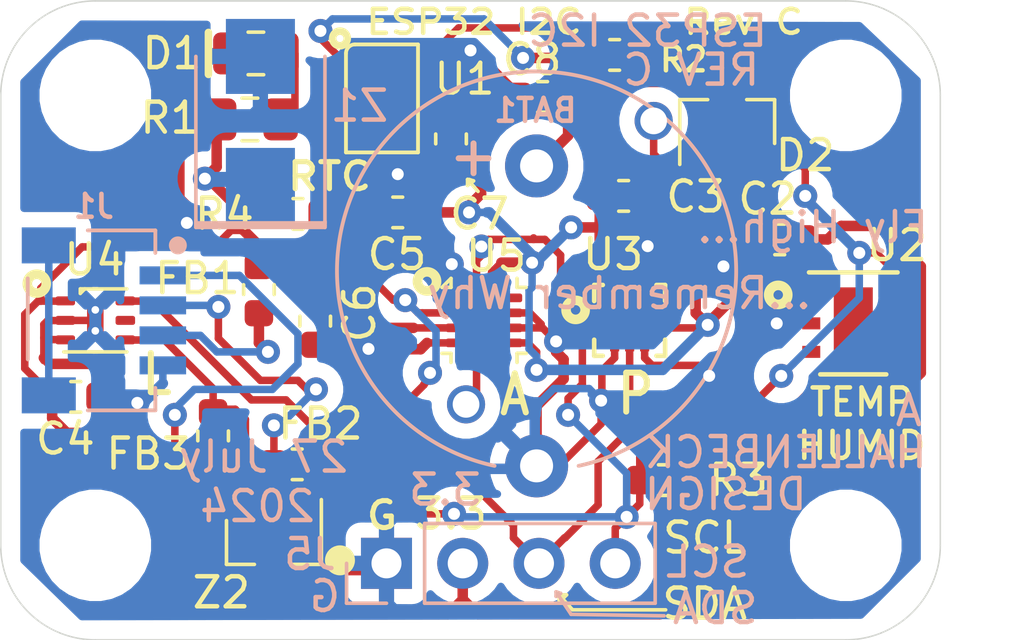
<source format=kicad_pcb>
(kicad_pcb (version 20171130) (host pcbnew "(5.1.5)-3")

  (general
    (thickness 1.6)
    (drawings 59)
    (tracks 413)
    (zones 0)
    (modules 32)
    (nets 23)
  )

  (page A4)
  (layers
    (0 F.Cu signal)
    (31 B.Cu signal)
    (32 B.Adhes user hide)
    (33 F.Adhes user hide)
    (34 B.Paste user hide)
    (35 F.Paste user)
    (36 B.SilkS user hide)
    (37 F.SilkS user)
    (38 B.Mask user hide)
    (39 F.Mask user hide)
    (40 Dwgs.User user hide)
    (41 Cmts.User user hide)
    (42 Eco1.User user hide)
    (43 Eco2.User user hide)
    (44 Edge.Cuts user)
    (45 Margin user hide)
    (46 B.CrtYd user hide)
    (47 F.CrtYd user hide)
    (48 B.Fab user hide)
    (49 F.Fab user hide)
  )

  (setup
    (last_trace_width 0.35)
    (user_trace_width 0.35)
    (trace_clearance 0.2)
    (zone_clearance 0.508)
    (zone_45_only no)
    (trace_min 0.2)
    (via_size 0.8)
    (via_drill 0.4)
    (via_min_size 0.4)
    (via_min_drill 0.3)
    (uvia_size 0.3)
    (uvia_drill 0.1)
    (uvias_allowed no)
    (uvia_min_size 0.2)
    (uvia_min_drill 0.1)
    (edge_width 0.05)
    (segment_width 0.2)
    (pcb_text_width 0.3)
    (pcb_text_size 1.5 1.5)
    (mod_edge_width 0.12)
    (mod_text_size 1 1)
    (mod_text_width 0.15)
    (pad_size 2.2 2.2)
    (pad_drill 1.1)
    (pad_to_mask_clearance 0.0762)
    (solder_mask_min_width 0.10795)
    (pad_to_paste_clearance -0.04572)
    (aux_axis_origin 0 0)
    (grid_origin 101.85 108.15)
    (visible_elements 7FFFFFFF)
    (pcbplotparams
      (layerselection 0x010fc_ffffffff)
      (usegerberextensions false)
      (usegerberattributes false)
      (usegerberadvancedattributes false)
      (creategerberjobfile false)
      (excludeedgelayer true)
      (linewidth 0.100000)
      (plotframeref false)
      (viasonmask false)
      (mode 1)
      (useauxorigin false)
      (hpglpennumber 1)
      (hpglpenspeed 20)
      (hpglpendiameter 15.000000)
      (psnegative false)
      (psa4output false)
      (plotreference true)
      (plotvalue true)
      (plotinvisibletext false)
      (padsonsilk false)
      (subtractmaskfromsilk false)
      (outputformat 1)
      (mirror false)
      (drillshape 0)
      (scaleselection 1)
      (outputdirectory "production/"))
  )

  (net 0 "")
  (net 1 /V33)
  (net 2 GND)
  (net 3 /SDA)
  (net 4 /SCL)
  (net 5 "Net-(J1-PadMP)")
  (net 6 "Net-(J3-Pad1)")
  (net 7 "Net-(J4-Pad1)")
  (net 8 "Net-(U2-Pad3)")
  (net 9 "Net-(U2-Pad4)")
  (net 10 "Net-(U5-Pad6)")
  (net 11 "Net-(U5-Pad10)")
  (net 12 "Net-(FB1-Pad2)")
  (net 13 "Net-(FB2-Pad2)")
  (net 14 "Net-(D1-Pad2)")
  (net 15 "Net-(FB3-Pad2)")
  (net 16 "Net-(BAT1-Pad1)")
  (net 17 "Net-(U1-Pad3)")
  (net 18 "Net-(U1-Pad4)")
  (net 19 "Net-(U1-Pad7)")
  (net 20 "Net-(U4-Pad5)")
  (net 21 "Net-(D2-Pad2)")
  (net 22 "Net-(D2-Pad3)")

  (net_class Default "This is the default net class."
    (clearance 0.2)
    (trace_width 0.25)
    (via_dia 0.8)
    (via_drill 0.4)
    (uvia_dia 0.3)
    (uvia_drill 0.1)
    (add_net /SCL)
    (add_net /SDA)
    (add_net /V33)
    (add_net GND)
    (add_net "Net-(BAT1-Pad1)")
    (add_net "Net-(D1-Pad2)")
    (add_net "Net-(D2-Pad2)")
    (add_net "Net-(D2-Pad3)")
    (add_net "Net-(FB1-Pad2)")
    (add_net "Net-(FB2-Pad2)")
    (add_net "Net-(FB3-Pad2)")
    (add_net "Net-(J1-PadMP)")
    (add_net "Net-(J3-Pad1)")
    (add_net "Net-(J4-Pad1)")
    (add_net "Net-(U1-Pad3)")
    (add_net "Net-(U1-Pad4)")
    (add_net "Net-(U1-Pad7)")
    (add_net "Net-(U2-Pad3)")
    (add_net "Net-(U2-Pad4)")
    (add_net "Net-(U4-Pad5)")
    (add_net "Net-(U5-Pad10)")
    (add_net "Net-(U5-Pad6)")
  )

  (module Resistor_SMD:R_0603_1608Metric (layer F.Cu) (tedit 5B301BBD) (tstamp 6706CDC6)
    (at 122.3 88.65)
    (descr "Resistor SMD 0603 (1608 Metric), square (rectangular) end terminal, IPC_7351 nominal, (Body size source: http://www.tortai-tech.com/upload/download/2011102023233369053.pdf), generated with kicad-footprint-generator")
    (tags resistor)
    (path /670794DD)
    (attr smd)
    (fp_text reference R2 (at 2.3 0.15) (layer F.SilkS)
      (effects (font (size 0.8 0.8) (thickness 0.15)))
    )
    (fp_text value 390 (at 0 1.65) (layer F.Fab)
      (effects (font (size 1 1) (thickness 0.15)))
    )
    (fp_text user %R (at 0 0) (layer F.Fab)
      (effects (font (size 0.5 0.5) (thickness 0.08)))
    )
    (fp_line (start 1.48 0.73) (end -1.48 0.73) (layer F.CrtYd) (width 0.05))
    (fp_line (start 1.48 -0.73) (end 1.48 0.73) (layer F.CrtYd) (width 0.05))
    (fp_line (start -1.48 -0.73) (end 1.48 -0.73) (layer F.CrtYd) (width 0.05))
    (fp_line (start -1.48 0.73) (end -1.48 -0.73) (layer F.CrtYd) (width 0.05))
    (fp_line (start -0.162779 0.51) (end 0.162779 0.51) (layer F.SilkS) (width 0.12))
    (fp_line (start -0.162779 -0.51) (end 0.162779 -0.51) (layer F.SilkS) (width 0.12))
    (fp_line (start 0.8 0.4) (end -0.8 0.4) (layer F.Fab) (width 0.1))
    (fp_line (start 0.8 -0.4) (end 0.8 0.4) (layer F.Fab) (width 0.1))
    (fp_line (start -0.8 -0.4) (end 0.8 -0.4) (layer F.Fab) (width 0.1))
    (fp_line (start -0.8 0.4) (end -0.8 -0.4) (layer F.Fab) (width 0.1))
    (pad 2 smd roundrect (at 0.7875 0) (size 0.875 0.95) (layers F.Cu F.Paste F.Mask) (roundrect_rratio 0.25)
      (net 22 "Net-(D2-Pad3)"))
    (pad 1 smd roundrect (at -0.7875 0) (size 0.875 0.95) (layers F.Cu F.Paste F.Mask) (roundrect_rratio 0.25)
      (net 16 "Net-(BAT1-Pad1)"))
    (model ${KISYS3DMOD}/Resistor_SMD.3dshapes/R_0603_1608Metric.wrl
      (at (xyz 0 0 0))
      (scale (xyz 1 1 1))
      (rotate (xyz 0 0 0))
    )
  )

  (module peteLib:Eaton_KR-5R5H334-R (layer B.Cu) (tedit 66D7553D) (tstamp 66BD2E16)
    (at 119.7 92.35 180)
    (descr "KR-5R5H334-R Horizontal Eaton super cap 6mm tall, 12mm diameter")
    (tags "eaton super cap KR-5R5H334-R")
    (path /66BD8A10)
    (fp_text reference BAT1 (at 0.04 1.85) (layer B.SilkS)
      (effects (font (size 0.762 0.762) (thickness 0.1524)) (justify mirror))
    )
    (fp_text value .33F (at 0 4.6) (layer B.Fab)
      (effects (font (size 1.016 1.016) (thickness 0.1524)) (justify mirror))
    )
    (fp_arc (start 0 -10) (end -1.4 -10.299998) (angle 155.8105641) (layer B.CrtYd) (width 0.0762))
    (fp_arc (start 0 -3.5) (end 1.399999 -10.299999) (angle 336.732732) (layer B.CrtYd) (width 0.0762))
    (fp_arc (start 0 -3.5) (end 1.399999 -9.999999) (angle 335.6901166) (layer B.SilkS) (width 0.127))
    (pad 2 thru_hole circle (at 0 -10 180) (size 2.1 2.1) (drill 1.1) (layers *.Cu *.Mask)
      (net 2 GND))
    (pad 1 thru_hole circle (at 0 0 180) (size 2.1 2.1) (drill 1.1) (layers *.Cu *.Mask)
      (net 16 "Net-(BAT1-Pad1)"))
    (model D:/petePcbKiCad/downloadedLibraries/KR-5R5H334-R.step
      (offset (xyz 0 -3.5 0))
      (scale (xyz 1 1 1))
      (rotate (xyz 0 0 180))
    )
  )

  (module Resistor_SMD:R_0603_1608Metric (layer F.Cu) (tedit 5B301BBD) (tstamp 66BD2DAD)
    (at 119.9 90.05 180)
    (descr "Resistor SMD 0603 (1608 Metric), square (rectangular) end terminal, IPC_7351 nominal, (Body size source: http://www.tortai-tech.com/upload/download/2011102023233369053.pdf), generated with kicad-footprint-generator")
    (tags resistor)
    (path /66BC843E)
    (attr smd)
    (fp_text reference C8 (at 0.35 1.25) (layer F.SilkS)
      (effects (font (size 1 1) (thickness 0.15)))
    )
    (fp_text value .1uF (at 0 1.17) (layer F.Fab)
      (effects (font (size 1 1) (thickness 0.15)))
    )
    (fp_text user %R (at 0 0) (layer F.Fab)
      (effects (font (size 0.25 0.25) (thickness 0.04)))
    )
    (fp_line (start 1.48 0.73) (end -1.48 0.73) (layer F.CrtYd) (width 0.05))
    (fp_line (start 1.48 -0.73) (end 1.48 0.73) (layer F.CrtYd) (width 0.05))
    (fp_line (start -1.48 -0.73) (end 1.48 -0.73) (layer F.CrtYd) (width 0.05))
    (fp_line (start -1.48 0.73) (end -1.48 -0.73) (layer F.CrtYd) (width 0.05))
    (fp_line (start -0.162779 0.51) (end 0.162779 0.51) (layer F.SilkS) (width 0.12))
    (fp_line (start -0.162779 -0.51) (end 0.162779 -0.51) (layer F.SilkS) (width 0.12))
    (fp_line (start 0.8 0.4) (end -0.8 0.4) (layer F.Fab) (width 0.1))
    (fp_line (start 0.8 -0.4) (end 0.8 0.4) (layer F.Fab) (width 0.1))
    (fp_line (start -0.8 -0.4) (end 0.8 -0.4) (layer F.Fab) (width 0.1))
    (fp_line (start -0.8 0.4) (end -0.8 -0.4) (layer F.Fab) (width 0.1))
    (pad 2 smd roundrect (at 0.7875 0 180) (size 0.875 0.95) (layers F.Cu F.Paste F.Mask) (roundrect_rratio 0.25)
      (net 2 GND))
    (pad 1 smd roundrect (at -0.7875 0 180) (size 0.875 0.95) (layers F.Cu F.Paste F.Mask) (roundrect_rratio 0.25)
      (net 16 "Net-(BAT1-Pad1)"))
    (model ${KISYS3DMOD}/Resistor_SMD.3dshapes/R_0603_1608Metric.wrl
      (at (xyz 0 0 0))
      (scale (xyz 1 1 1))
      (rotate (xyz 0 0 0))
    )
  )

  (module Resistor_SMD:R_0603_1608Metric (layer F.Cu) (tedit 5B301BBD) (tstamp 66D754F7)
    (at 116.85 91.45 270)
    (descr "Resistor SMD 0603 (1608 Metric), square (rectangular) end terminal, IPC_7351 nominal, (Body size source: http://www.tortai-tech.com/upload/download/2011102023233369053.pdf), generated with kicad-footprint-generator")
    (tags resistor)
    (path /66BC78EE)
    (attr smd)
    (fp_text reference C7 (at 2.5 -0.95 180) (layer F.SilkS)
      (effects (font (size 1 1) (thickness 0.15)))
    )
    (fp_text value .1uF (at 0 1.17 90) (layer F.Fab)
      (effects (font (size 1 1) (thickness 0.15)))
    )
    (fp_text user %R (at 0 0 90) (layer F.Fab)
      (effects (font (size 0.25 0.25) (thickness 0.04)))
    )
    (fp_line (start 1.48 0.73) (end -1.48 0.73) (layer F.CrtYd) (width 0.05))
    (fp_line (start 1.48 -0.73) (end 1.48 0.73) (layer F.CrtYd) (width 0.05))
    (fp_line (start -1.48 -0.73) (end 1.48 -0.73) (layer F.CrtYd) (width 0.05))
    (fp_line (start -1.48 0.73) (end -1.48 -0.73) (layer F.CrtYd) (width 0.05))
    (fp_line (start -0.162779 0.51) (end 0.162779 0.51) (layer F.SilkS) (width 0.12))
    (fp_line (start -0.162779 -0.51) (end 0.162779 -0.51) (layer F.SilkS) (width 0.12))
    (fp_line (start 0.8 0.4) (end -0.8 0.4) (layer F.Fab) (width 0.1))
    (fp_line (start 0.8 -0.4) (end 0.8 0.4) (layer F.Fab) (width 0.1))
    (fp_line (start -0.8 -0.4) (end 0.8 -0.4) (layer F.Fab) (width 0.1))
    (fp_line (start -0.8 0.4) (end -0.8 -0.4) (layer F.Fab) (width 0.1))
    (pad 2 smd roundrect (at 0.7875 0 270) (size 0.875 0.95) (layers F.Cu F.Paste F.Mask) (roundrect_rratio 0.25)
      (net 2 GND))
    (pad 1 smd roundrect (at -0.7875 0 270) (size 0.875 0.95) (layers F.Cu F.Paste F.Mask) (roundrect_rratio 0.25)
      (net 1 /V33))
    (model ${KISYS3DMOD}/Resistor_SMD.3dshapes/R_0603_1608Metric.wrl
      (at (xyz 0 0 0))
      (scale (xyz 1 1 1))
      (rotate (xyz 0 0 0))
    )
  )

  (module Resistor_SMD:R_0805_2012Metric_Pad1.15x1.40mm_HandSolder (layer F.Cu) (tedit 5B36C52B) (tstamp 66A2C47B)
    (at 110.15 90.8)
    (descr "Resistor SMD 0805 (2012 Metric), square (rectangular) end terminal, IPC_7351 nominal with elongated pad for handsoldering. (Body size source: https://docs.google.com/spreadsheets/d/1BsfQQcO9C6DZCsRaXUlFlo91Tg2WpOkGARC1WS5S8t0/edit?usp=sharing), generated with kicad-footprint-generator")
    (tags "resistor handsolder")
    (path /5FCAE99B)
    (attr smd)
    (fp_text reference R1 (at -2.668 -0.05) (layer F.SilkS)
      (effects (font (size 1 1) (thickness 0.15)))
    )
    (fp_text value 390 (at 0 1.65) (layer F.Fab)
      (effects (font (size 1 1) (thickness 0.15)))
    )
    (fp_line (start -1 0.6) (end -1 -0.6) (layer F.Fab) (width 0.1))
    (fp_line (start -1 -0.6) (end 1 -0.6) (layer F.Fab) (width 0.1))
    (fp_line (start 1 -0.6) (end 1 0.6) (layer F.Fab) (width 0.1))
    (fp_line (start 1 0.6) (end -1 0.6) (layer F.Fab) (width 0.1))
    (fp_line (start -0.261252 -0.71) (end 0.261252 -0.71) (layer F.SilkS) (width 0.12))
    (fp_line (start -0.261252 0.71) (end 0.261252 0.71) (layer F.SilkS) (width 0.12))
    (fp_line (start -1.85 0.95) (end -1.85 -0.95) (layer F.CrtYd) (width 0.05))
    (fp_line (start -1.85 -0.95) (end 1.85 -0.95) (layer F.CrtYd) (width 0.05))
    (fp_line (start 1.85 -0.95) (end 1.85 0.95) (layer F.CrtYd) (width 0.05))
    (fp_line (start 1.85 0.95) (end -1.85 0.95) (layer F.CrtYd) (width 0.05))
    (fp_text user %R (at 0 0) (layer F.Fab)
      (effects (font (size 0.5 0.5) (thickness 0.08)))
    )
    (pad 1 smd roundrect (at -1.025 0) (size 1.15 1.4) (layers F.Cu F.Paste F.Mask) (roundrect_rratio 0.217391)
      (net 1 /V33))
    (pad 2 smd roundrect (at 1.025 0) (size 1.15 1.4) (layers F.Cu F.Paste F.Mask) (roundrect_rratio 0.217391)
      (net 14 "Net-(D1-Pad2)"))
    (model ${KISYS3DMOD}/Resistor_SMD.3dshapes/R_0805_2012Metric.wrl
      (at (xyz 0 0 0))
      (scale (xyz 1 1 1))
      (rotate (xyz 0 0 0))
    )
  )

  (module Resistor_SMD:R_0603_1608Metric (layer F.Cu) (tedit 5B301BBD) (tstamp 66D3856E)
    (at 104.35 100.05)
    (descr "Resistor SMD 0603 (1608 Metric), square (rectangular) end terminal, IPC_7351 nominal, (Body size source: http://www.tortai-tech.com/upload/download/2011102023233369053.pdf), generated with kicad-footprint-generator")
    (tags resistor)
    (path /5FCAD192)
    (attr smd)
    (fp_text reference C4 (at -0.35 1.4) (layer F.SilkS)
      (effects (font (size 1 1) (thickness 0.15)))
    )
    (fp_text value .1uF (at 0 1.43) (layer F.Fab)
      (effects (font (size 1 1) (thickness 0.15)))
    )
    (fp_text user %R (at 0 0) (layer F.Fab)
      (effects (font (size 0.4 0.4) (thickness 0.06)))
    )
    (fp_line (start 1.48 0.73) (end -1.48 0.73) (layer F.CrtYd) (width 0.05))
    (fp_line (start 1.48 -0.73) (end 1.48 0.73) (layer F.CrtYd) (width 0.05))
    (fp_line (start -1.48 -0.73) (end 1.48 -0.73) (layer F.CrtYd) (width 0.05))
    (fp_line (start -1.48 0.73) (end -1.48 -0.73) (layer F.CrtYd) (width 0.05))
    (fp_line (start -0.162779 0.51) (end 0.162779 0.51) (layer F.SilkS) (width 0.12))
    (fp_line (start -0.162779 -0.51) (end 0.162779 -0.51) (layer F.SilkS) (width 0.12))
    (fp_line (start 0.8 0.4) (end -0.8 0.4) (layer F.Fab) (width 0.1))
    (fp_line (start 0.8 -0.4) (end 0.8 0.4) (layer F.Fab) (width 0.1))
    (fp_line (start -0.8 -0.4) (end 0.8 -0.4) (layer F.Fab) (width 0.1))
    (fp_line (start -0.8 0.4) (end -0.8 -0.4) (layer F.Fab) (width 0.1))
    (pad 2 smd roundrect (at 0.7875 0) (size 0.875 0.95) (layers F.Cu F.Paste F.Mask) (roundrect_rratio 0.25)
      (net 2 GND))
    (pad 1 smd roundrect (at -0.7875 0) (size 0.875 0.95) (layers F.Cu F.Paste F.Mask) (roundrect_rratio 0.25)
      (net 1 /V33))
    (model ${KISYS3DMOD}/Resistor_SMD.3dshapes/R_0603_1608Metric.wrl
      (at (xyz 0 0 0))
      (scale (xyz 1 1 1))
      (rotate (xyz 0 0 0))
    )
  )

  (module peteLib:LPS22DFTR (layer F.Cu) (tedit 66AFED23) (tstamp 66BC8069)
    (at 122.8 97.5)
    (path /6082F8DB)
    (attr smd)
    (fp_text reference U3 (at -0.55 -2.2) (layer F.SilkS)
      (effects (font (size 1 1) (thickness 0.15)))
    )
    (fp_text value STmicro-LPS22DF (at 0.3 -2.3) (layer F.SilkS) hide
      (effects (font (size 1 1) (thickness 0.15)))
    )
    (fp_line (start -0.894307 -1.1811) (end -1.1811 -1.1811) (layer F.SilkS) (width 0.1524))
    (fp_line (start 1.1811 -0.644244) (end 1.1811 -1.1811) (layer F.SilkS) (width 0.1524))
    (fp_line (start 0.894307 1.1811) (end 1.1811 1.1811) (layer F.SilkS) (width 0.1524))
    (fp_line (start -1.0541 1.0541) (end -1.0541 1.0541) (layer F.Fab) (width 0.1524))
    (fp_line (start -1.0541 -1.0541) (end -1.0541 1.0541) (layer F.Fab) (width 0.1524))
    (fp_line (start -1.0541 -1.0541) (end -1.0541 -1.0541) (layer F.Fab) (width 0.1524))
    (fp_line (start 1.0541 -1.0541) (end -1.0541 -1.0541) (layer F.Fab) (width 0.1524))
    (fp_line (start 1.0541 -1.0541) (end 1.0541 -1.0541) (layer F.Fab) (width 0.1524))
    (fp_line (start 1.0541 1.0541) (end 1.0541 -1.0541) (layer F.Fab) (width 0.1524))
    (fp_line (start 1.0541 1.0541) (end 1.0541 1.0541) (layer F.Fab) (width 0.1524))
    (fp_line (start -1.0541 1.0541) (end 1.0541 1.0541) (layer F.Fab) (width 0.1524))
    (fp_line (start -1.1811 0.644244) (end -1.1811 1.1811) (layer F.SilkS) (width 0.1524))
    (fp_line (start -1.1811 -1.1811) (end -1.1811 -0.644244) (layer F.SilkS) (width 0.1524))
    (fp_line (start 1.1811 -1.1811) (end 0.894307 -1.1811) (layer F.SilkS) (width 0.1524))
    (fp_line (start 1.1811 1.1811) (end 1.1811 0.644244) (layer F.SilkS) (width 0.1524))
    (fp_line (start -1.1811 1.1811) (end -0.894307 1.1811) (layer F.SilkS) (width 0.1524))
    (fp_line (start 0.9525 -0.402463) (end 1.0541 -0.402463) (layer F.Fab) (width 0.1524))
    (fp_line (start 0.9525 -0.097663) (end 0.9525 -0.402463) (layer F.Fab) (width 0.1524))
    (fp_line (start 1.0541 -0.097663) (end 0.9525 -0.097663) (layer F.Fab) (width 0.1524))
    (fp_line (start 1.0541 -0.402463) (end 1.0541 -0.097663) (layer F.Fab) (width 0.1524))
    (fp_line (start 0.9525 0.097663) (end 1.0541 0.097663) (layer F.Fab) (width 0.1524))
    (fp_line (start 0.9525 0.402463) (end 0.9525 0.097663) (layer F.Fab) (width 0.1524))
    (fp_line (start 1.0541 0.402463) (end 0.9525 0.402463) (layer F.Fab) (width 0.1524))
    (fp_line (start 1.0541 0.097663) (end 1.0541 0.402463) (layer F.Fab) (width 0.1524))
    (fp_line (start 0.652526 0.9525) (end 0.652526 1.0541) (layer F.Fab) (width 0.1524))
    (fp_line (start 0.347726 0.9525) (end 0.652526 0.9525) (layer F.Fab) (width 0.1524))
    (fp_line (start 0.347726 1.0541) (end 0.347726 0.9525) (layer F.Fab) (width 0.1524))
    (fp_line (start 0.652526 1.0541) (end 0.347726 1.0541) (layer F.Fab) (width 0.1524))
    (fp_line (start 0.1524 0.9525) (end 0.1524 1.0541) (layer F.Fab) (width 0.1524))
    (fp_line (start -0.1524 0.9525) (end 0.1524 0.9525) (layer F.Fab) (width 0.1524))
    (fp_line (start -0.1524 1.0541) (end -0.1524 0.9525) (layer F.Fab) (width 0.1524))
    (fp_line (start 0.1524 1.0541) (end -0.1524 1.0541) (layer F.Fab) (width 0.1524))
    (fp_line (start -0.347726 0.9525) (end -0.347726 1.0541) (layer F.Fab) (width 0.1524))
    (fp_line (start -0.652526 0.9525) (end -0.347726 0.9525) (layer F.Fab) (width 0.1524))
    (fp_line (start -0.652526 1.0541) (end -0.652526 0.9525) (layer F.Fab) (width 0.1524))
    (fp_line (start -0.347726 1.0541) (end -0.652526 1.0541) (layer F.Fab) (width 0.1524))
    (fp_line (start -0.9525 0.402463) (end -1.0541 0.402463) (layer F.Fab) (width 0.1524))
    (fp_line (start -0.9525 0.097663) (end -0.9525 0.402463) (layer F.Fab) (width 0.1524))
    (fp_line (start -1.0541 0.097663) (end -0.9525 0.097663) (layer F.Fab) (width 0.1524))
    (fp_line (start -1.0541 0.402463) (end -1.0541 0.097663) (layer F.Fab) (width 0.1524))
    (fp_line (start -0.9525 -0.097663) (end -1.0541 -0.097663) (layer F.Fab) (width 0.1524))
    (fp_line (start -0.9525 -0.402463) (end -0.9525 -0.097663) (layer F.Fab) (width 0.1524))
    (fp_line (start -1.0541 -0.402463) (end -0.9525 -0.402463) (layer F.Fab) (width 0.1524))
    (fp_line (start -1.0541 -0.097663) (end -1.0541 -0.402463) (layer F.Fab) (width 0.1524))
    (fp_line (start -0.652526 -0.9525) (end -0.652526 -1.0541) (layer F.Fab) (width 0.1524))
    (fp_line (start -0.347726 -0.9525) (end -0.652526 -0.9525) (layer F.Fab) (width 0.1524))
    (fp_line (start -0.347726 -1.0541) (end -0.347726 -0.9525) (layer F.Fab) (width 0.1524))
    (fp_line (start -0.652526 -1.0541) (end -0.347726 -1.0541) (layer F.Fab) (width 0.1524))
    (fp_line (start -0.1524 -0.9525) (end -0.1524 -1.0541) (layer F.Fab) (width 0.1524))
    (fp_line (start 0.1524 -0.9525) (end -0.1524 -0.9525) (layer F.Fab) (width 0.1524))
    (fp_line (start 0.1524 -1.0541) (end 0.1524 -0.9525) (layer F.Fab) (width 0.1524))
    (fp_line (start -0.1524 -1.0541) (end 0.1524 -1.0541) (layer F.Fab) (width 0.1524))
    (fp_line (start 0.347726 -0.9525) (end 0.347726 -1.0541) (layer F.Fab) (width 0.1524))
    (fp_line (start 0.652526 -0.9525) (end 0.347726 -0.9525) (layer F.Fab) (width 0.1524))
    (fp_line (start 0.652526 -1.0541) (end 0.652526 -0.9525) (layer F.Fab) (width 0.1524))
    (fp_line (start 0.347726 -1.0541) (end 0.652526 -1.0541) (layer F.Fab) (width 0.1524))
    (fp_line (start -1.0541 0.2159) (end 0.2159 -1.0541) (layer F.Fab) (width 0.1524))
    (fp_line (start -0.906526 1.3081) (end -1.3081 1.3081) (layer F.CrtYd) (width 0.1524))
    (fp_line (start -0.906526 1.3081) (end -0.906526 1.3081) (layer F.CrtYd) (width 0.1524))
    (fp_line (start 0.906526 1.3081) (end -0.906526 1.3081) (layer F.CrtYd) (width 0.1524))
    (fp_line (start 0.906526 1.3081) (end 0.906526 1.3081) (layer F.CrtYd) (width 0.1524))
    (fp_line (start 1.3081 1.3081) (end 0.906526 1.3081) (layer F.CrtYd) (width 0.1524))
    (fp_line (start 1.3081 0.656463) (end 1.3081 1.3081) (layer F.CrtYd) (width 0.1524))
    (fp_line (start 1.3081 0.656463) (end 1.3081 0.656463) (layer F.CrtYd) (width 0.1524))
    (fp_line (start 1.3081 -0.656463) (end 1.3081 0.656463) (layer F.CrtYd) (width 0.1524))
    (fp_line (start 1.3081 -0.656463) (end 1.3081 -0.656463) (layer F.CrtYd) (width 0.1524))
    (fp_line (start 1.3081 -1.3081) (end 1.3081 -0.656463) (layer F.CrtYd) (width 0.1524))
    (fp_line (start 0.906526 -1.3081) (end 1.3081 -1.3081) (layer F.CrtYd) (width 0.1524))
    (fp_line (start 0.906526 -1.3081) (end 0.906526 -1.3081) (layer F.CrtYd) (width 0.1524))
    (fp_line (start -0.906526 -1.3081) (end 0.906526 -1.3081) (layer F.CrtYd) (width 0.1524))
    (fp_line (start -0.906526 -1.3081) (end -0.906526 -1.3081) (layer F.CrtYd) (width 0.1524))
    (fp_line (start -1.3081 -1.3081) (end -0.906526 -1.3081) (layer F.CrtYd) (width 0.1524))
    (fp_line (start -1.3081 -0.656463) (end -1.3081 -1.3081) (layer F.CrtYd) (width 0.1524))
    (fp_line (start -1.3081 -0.656463) (end -1.3081 -0.656463) (layer F.CrtYd) (width 0.1524))
    (fp_line (start -1.3081 0.656463) (end -1.3081 -0.656463) (layer F.CrtYd) (width 0.1524))
    (fp_line (start -1.3081 0.656463) (end -1.3081 0.656463) (layer F.CrtYd) (width 0.1524))
    (fp_line (start -1.3081 1.3081) (end -1.3081 0.656463) (layer F.CrtYd) (width 0.1524))
    (fp_text user * (at -0.6223 -0.500126) (layer F.Fab)
      (effects (font (size 1 1) (thickness 0.15)))
    )
    (fp_text user "Copyright 2016 Accelerated Designs. All rights reserved." (at 0 0) (layer Cmts.User)
      (effects (font (size 0.127 0.127) (thickness 0.002)))
    )
    (fp_text user 0.02in/0.5mm (at 0.4 8.4) (layer Cmts.User)
      (effects (font (size 1 1) (thickness 0.15)))
    )
    (fp_text user 0.013in/0.33mm (at -0.7874 -3.8354) (layer Cmts.User)
      (effects (font (size 1 1) (thickness 0.15)))
    )
    (fp_text user 0.012in/0.305mm (at -3.6 3.9) (layer Cmts.User)
      (effects (font (size 1 1) (thickness 0.15)))
    )
    (fp_text user 0.062in/1.575mm (at 6.2 2.3) (layer Cmts.User)
      (effects (font (size 1 1) (thickness 0.15)))
    )
    (pad 10 smd rect (at -0.500126 -0.8274) (size 0.3048 0.41) (layers F.Cu F.Paste F.Mask)
      (net 1 /V33))
    (pad 9 smd rect (at 0 -0.8274) (size 0.3048 0.41) (layers F.Cu F.Paste F.Mask)
      (net 2 GND))
    (pad 8 smd rect (at 0.500126 -0.8274) (size 0.3048 0.41) (layers F.Cu F.Paste F.Mask)
      (net 2 GND))
    (pad 7 smd rect (at 0.8274 -0.250063 90) (size 0.3048 0.41) (layers F.Cu F.Paste F.Mask)
      (net 7 "Net-(J4-Pad1)"))
    (pad 6 smd rect (at 0.8274 0.250063 90) (size 0.3048 0.41) (layers F.Cu F.Paste F.Mask)
      (net 1 /V33))
    (pad 5 smd rect (at 0.500126 0.8274) (size 0.3048 0.41) (layers F.Cu F.Paste F.Mask)
      (net 2 GND))
    (pad 4 smd rect (at 0 0.8274) (size 0.3048 0.41) (layers F.Cu F.Paste F.Mask)
      (net 3 /SDA))
    (pad 3 smd rect (at -0.500126 0.8274) (size 0.3048 0.41) (layers F.Cu F.Paste F.Mask)
      (net 2 GND))
    (pad 2 smd rect (at -0.8274 0.250063 90) (size 0.3048 0.41) (layers F.Cu F.Paste F.Mask)
      (net 4 /SCL))
    (pad 1 smd rect (at -0.8274 -0.250063 90) (size 0.3048 0.41) (layers F.Cu F.Paste F.Mask)
      (net 1 /V33))
  )

  (module Resistor_SMD:R_0603_1608Metric (layer F.Cu) (tedit 5B301BBD) (tstamp 66BCB4AC)
    (at 115.075 93.9)
    (descr "Resistor SMD 0603 (1608 Metric), square (rectangular) end terminal, IPC_7351 nominal, (Body size source: http://www.tortai-tech.com/upload/download/2011102023233369053.pdf), generated with kicad-footprint-generator")
    (tags resistor)
    (path /5FCAD777)
    (attr smd)
    (fp_text reference C5 (at -0.025 1.4) (layer F.SilkS)
      (effects (font (size 1 1) (thickness 0.15)))
    )
    (fp_text value .1uF (at 0 1.43) (layer F.Fab)
      (effects (font (size 1 1) (thickness 0.15)))
    )
    (fp_text user %R (at 0 0) (layer F.Fab)
      (effects (font (size 0.4 0.4) (thickness 0.06)))
    )
    (fp_line (start 1.48 0.73) (end -1.48 0.73) (layer F.CrtYd) (width 0.05))
    (fp_line (start 1.48 -0.73) (end 1.48 0.73) (layer F.CrtYd) (width 0.05))
    (fp_line (start -1.48 -0.73) (end 1.48 -0.73) (layer F.CrtYd) (width 0.05))
    (fp_line (start -1.48 0.73) (end -1.48 -0.73) (layer F.CrtYd) (width 0.05))
    (fp_line (start -0.162779 0.51) (end 0.162779 0.51) (layer F.SilkS) (width 0.12))
    (fp_line (start -0.162779 -0.51) (end 0.162779 -0.51) (layer F.SilkS) (width 0.12))
    (fp_line (start 0.8 0.4) (end -0.8 0.4) (layer F.Fab) (width 0.1))
    (fp_line (start 0.8 -0.4) (end 0.8 0.4) (layer F.Fab) (width 0.1))
    (fp_line (start -0.8 -0.4) (end 0.8 -0.4) (layer F.Fab) (width 0.1))
    (fp_line (start -0.8 0.4) (end -0.8 -0.4) (layer F.Fab) (width 0.1))
    (pad 2 smd roundrect (at 0.7875 0) (size 0.875 0.95) (layers F.Cu F.Paste F.Mask) (roundrect_rratio 0.25)
      (net 1 /V33))
    (pad 1 smd roundrect (at -0.7875 0) (size 0.875 0.95) (layers F.Cu F.Paste F.Mask) (roundrect_rratio 0.25)
      (net 2 GND))
    (model ${KISYS3DMOD}/Resistor_SMD.3dshapes/R_0603_1608Metric.wrl
      (at (xyz 0 0 0))
      (scale (xyz 1 1 1))
      (rotate (xyz 0 0 0))
    )
  )

  (module peteLib:Texas_PWSON-N6 (layer F.Cu) (tedit 66AFDA5F) (tstamp 66A2C4B6)
    (at 130.25 97.6)
    (descr "Plastic Small Outline No-Lead http://www.ti.com/lit/ml/mpds176e/mpds176e.pdf")
    (tags "Plastic Small Outline No-Lead")
    (path /6087606C)
    (attr smd)
    (fp_text reference U2 (at 1.45 -2.6) (layer F.SilkS)
      (effects (font (size 1 1) (thickness 0.15)))
    )
    (fp_text value Texas-HDC1080 (at 0 2.725) (layer F.Fab)
      (effects (font (size 1 1) (thickness 0.15)))
    )
    (fp_line (start 1.475 -1.5) (end 1.475 1.5) (layer F.Fab) (width 0.15))
    (fp_line (start 1.475 1.5) (end -1.475 1.5) (layer F.Fab) (width 0.15))
    (fp_text user %R (at 0 0) (layer F.Fab)
      (effects (font (size 0.5 0.5) (thickness 0.1)))
    )
    (fp_line (start -1.98 -1.86) (end 1.98 -1.86) (layer F.CrtYd) (width 0.05))
    (fp_line (start -1.98 1.85) (end -1.98 -1.85) (layer F.CrtYd) (width 0.05))
    (fp_line (start -1.98 1.85) (end 1.98 1.85) (layer F.CrtYd) (width 0.05))
    (fp_line (start 1.98 1.85) (end 1.98 -1.85) (layer F.CrtYd) (width 0.05))
    (fp_line (start -1.475 -0.75) (end -0.825 -1.5) (layer F.Fab) (width 0.15))
    (fp_line (start -1.475 1.5) (end -1.475 -0.75) (layer F.Fab) (width 0.15))
    (fp_line (start 1.475 -1.5) (end -0.825 -1.5) (layer F.Fab) (width 0.15))
    (fp_line (start 1.1 1.7) (end -1.1 1.7) (layer F.SilkS) (width 0.15))
    (fp_line (start 1.475 -1.7) (end -1.475 -1.7) (layer F.SilkS) (width 0.15))
    (pad "" smd roundrect (at 0 0.59) (size 1.1 1) (layers F.Paste) (roundrect_rratio 0.25))
    (pad "" smd roundrect (at 0 -0.59) (size 1.1 1) (layers F.Paste) (roundrect_rratio 0.25))
    (pad 6 smd rect (at 1.4 -0.95) (size 0.6 0.4) (layers F.Cu F.Paste F.Mask)
      (net 4 /SCL))
    (pad 5 smd rect (at 1.4 0) (size 0.6 0.4) (layers F.Cu F.Paste F.Mask)
      (net 1 /V33))
    (pad 4 smd rect (at 1.4 0.95) (size 0.6 0.4) (layers F.Cu F.Paste F.Mask)
      (net 9 "Net-(U2-Pad4)"))
    (pad 3 smd rect (at -1.4 0.95) (size 0.6 0.4) (layers F.Cu F.Paste F.Mask)
      (net 8 "Net-(U2-Pad3)"))
    (pad 2 smd rect (at -1.4 0) (size 0.6 0.4) (layers F.Cu F.Paste F.Mask)
      (net 2 GND))
    (pad 1 smd rect (at -1.4 -0.95) (size 0.6 0.4) (layers F.Cu F.Paste F.Mask)
      (net 3 /SDA))
    (pad 7 smd rect (at 0 0) (size 1.3 2.4) (layers F.Cu F.Mask))
    (model D:/petePcbKiCad/downloadedLibraries/HDC1080DMBR.STEP
      (at (xyz 0 0 0))
      (scale (xyz 1 1 1))
      (rotate (xyz -90 0 -90))
    )
  )

  (module peteLib:Texas_USON-N6-DNP0006A-OPT3001 (layer F.Cu) (tedit 66AFE13B) (tstamp 66A2C52E)
    (at 105 97.5)
    (descr "TI USON 6 pin OPT3001 Light Sensor")
    (path /60BBE92E)
    (attr smd)
    (fp_text reference U4 (at -0.025 -2.025) (layer F.SilkS)
      (effects (font (size 1 1) (thickness 0.15)))
    )
    (fp_text value Texas-OPT3001 (at 0 -0.5) (layer F.Fab)
      (effects (font (size 1 1) (thickness 0.15)))
    )
    (fp_line (start -1.2 -1.2) (end 1.2 -1.2) (layer F.CrtYd) (width 0.12))
    (fp_line (start -1.2 1.2) (end -1.2 -1.2) (layer F.CrtYd) (width 0.12))
    (fp_line (start 1.2 1.2) (end -1.2 1.2) (layer F.CrtYd) (width 0.12))
    (fp_line (start 1.2 -1.2) (end 1.2 1.2) (layer F.CrtYd) (width 0.12))
    (fp_line (start -0.5 -0.9) (end -0.35 -1.05) (layer F.SilkS) (width 0.12))
    (fp_line (start -0.5 -1.05) (end -0.5 -0.9) (layer F.SilkS) (width 0.12))
    (fp_line (start 1.05 -1.05) (end -0.5 -1.05) (layer F.SilkS) (width 0.12))
    (fp_line (start -1.05 1.05) (end 1.05 1.05) (layer F.SilkS) (width 0.12))
    (pad 7 smd roundrect (at 0 0) (size 0.3 1.1) (layers F.Paste) (roundrect_rratio 0.25)
      (net 2 GND))
    (pad 9 thru_hole circle (at 0 0.35) (size 0.51 0.51) (drill 0.254) (layers *.Cu *.Mask)
      (net 2 GND))
    (pad 8 thru_hole circle (at 0 -0.35) (size 0.51 0.51) (drill 0.254) (layers *.Cu *.Mask)
      (net 2 GND))
    (pad 6 smd roundrect (at 1 -0.65) (size 0.65 0.3) (layers F.Cu F.Paste F.Mask) (roundrect_rratio 0.25)
      (net 3 /SDA))
    (pad 4 smd roundrect (at 1 0.65) (size 0.65 0.3) (layers F.Cu F.Paste F.Mask) (roundrect_rratio 0.25)
      (net 4 /SCL))
    (pad 3 smd roundrect (at -1 0.65) (size 0.65 0.3) (layers F.Cu F.Paste F.Mask) (roundrect_rratio 0.25)
      (net 2 GND))
    (pad 1 smd roundrect (at -1 -0.65) (size 0.65 0.3) (layers F.Cu F.Paste F.Mask) (roundrect_rratio 0.25)
      (net 1 /V33))
    (pad 5 smd roundrect (at 1 0) (size 0.65 0.3) (layers F.Cu F.Paste F.Mask) (roundrect_rratio 0.25)
      (net 20 "Net-(U4-Pad5)"))
    (pad 2 smd roundrect (at -1 0) (size 0.65 0.3) (layers F.Cu F.Paste F.Mask) (roundrect_rratio 0.25)
      (net 2 GND))
    (pad 7 smd rect (at 0 0) (size 0.55 1.35) (layers F.Cu F.Mask)
      (net 2 GND))
    (model D:/petePcbKiCad/downloadedLibraries/OPT3001DNPR--3DModel-STEP-56544.STEP
      (at (xyz 0 0 0))
      (scale (xyz 1 1 1))
      (rotate (xyz -90 0 0))
    )
  )

  (module peteLib:JST-SH-4PIN-HORZ (layer B.Cu) (tedit 66A5311E) (tstamp 66A2C42F)
    (at 107.25 99 90)
    (descr "JST SH 4 PIN HORIZONTAL  STEMMA QT 1mm Pin Spacing")
    (tags "JST SH 4 PIN  HORIZONTAL STEMMA QT")
    (path /5FCAA8E4)
    (attr smd)
    (fp_text reference J1 (at 5.3 -2.3) (layer B.SilkS)
      (effects (font (size 0.762 0.762) (thickness 0.1524)) (justify mirror))
    )
    (fp_text value "JST SH 4-Pin" (at 0 4.3 -90) (layer B.Fab)
      (effects (font (size 1.016 1.016) (thickness 0.1524)) (justify mirror))
    )
    (fp_circle (center 4 0.5) (end 4.15 0.5) (layer B.SilkS) (width 0.3))
    (fp_line (start 4.5 -0.25) (end 4.5 -2.5) (layer B.SilkS) (width 0.127))
    (fp_line (start 3.75 -0.25) (end 4.5 -0.25) (layer B.SilkS) (width 0.127))
    (fp_line (start -1.5 -0.25) (end -1.5 -2.5) (layer B.SilkS) (width 0.127))
    (fp_line (start -1.5 -0.25) (end -0.75 -0.25) (layer B.SilkS) (width 0.127))
    (fp_line (start 0.2 -4.5) (end 2.9 -4.5) (layer B.SilkS) (width 0.127))
    (pad MP smd rect (at 4 -3.8 90) (size 1.2 1.8) (layers B.Cu B.Paste B.Mask)
      (net 5 "Net-(J1-PadMP)"))
    (pad MP smd rect (at -1 -3.8 90) (size 1.2 1.8) (layers B.Cu B.Paste B.Mask)
      (net 5 "Net-(J1-PadMP)"))
    (pad 4 smd rect (at 0 0 90) (size 0.6 1.55) (layers B.Cu B.Paste B.Mask)
      (net 2 GND))
    (pad 3 smd rect (at 1 0 90) (size 0.6 1.55) (layers B.Cu B.Paste B.Mask)
      (net 12 "Net-(FB1-Pad2)"))
    (pad 2 smd rect (at 2 0 90) (size 0.6 1.55) (layers B.Cu B.Paste B.Mask)
      (net 13 "Net-(FB2-Pad2)"))
    (pad 1 smd rect (at 3 0 90) (size 0.6 1.55) (layers B.Cu B.Paste B.Mask)
      (net 15 "Net-(FB3-Pad2)"))
    (model "D:/f360/downloadedComponents/STEMMA_QT _4-pin_Horizontal.step"
      (offset (xyz -1.5 -4.5 0))
      (scale (xyz 1 1 1))
      (rotate (xyz 0 0 0))
    )
  )

  (module peteLib:pad50d35 (layer F.Cu) (tedit 600D9E72) (tstamp 66A2C434)
    (at 123.6 90.85)
    (path /5FCD4DB3)
    (attr virtual)
    (fp_text reference J4 (at 0 0.5) (layer F.SilkS) hide
      (effects (font (size 1.016 1.016) (thickness 0.1524)))
    )
    (fp_text value Conn_01x01 (at 0 -0.5) (layer F.Fab)
      (effects (font (size 1 1) (thickness 0.15)))
    )
    (pad 1 thru_hole circle (at 0 0) (size 1.27 1.27) (drill 0.889) (layers *.Cu *.Mask)
      (net 7 "Net-(J4-Pad1)"))
  )

  (module peteLib:pad50d35 (layer F.Cu) (tedit 600D9E72) (tstamp 66A2C43E)
    (at 117.35 100.3)
    (path /5FCBA01D)
    (attr virtual)
    (fp_text reference J3 (at 0 0.5) (layer F.SilkS) hide
      (effects (font (size 1.016 1.016) (thickness 0.1524)))
    )
    (fp_text value Conn_01x01 (at 0 -0.5) (layer F.Fab)
      (effects (font (size 1 1) (thickness 0.15)))
    )
    (pad 1 thru_hole circle (at 0 0) (size 1.27 1.27) (drill 0.889) (layers *.Cu *.Mask)
      (net 6 "Net-(J3-Pad1)"))
  )

  (module Diode_SMD:D_SMB (layer B.Cu) (tedit 58645DF3) (tstamp 66BC5CE6)
    (at 110.5 90.85 90)
    (descr "Diode SMB (DO-214AA)")
    (tags "Diode SMB (DO-214AA)")
    (path /5FCBAD62)
    (attr smd)
    (fp_text reference Z1 (at 0.5 3.3) (layer B.SilkS)
      (effects (font (size 1 1) (thickness 0.15)) (justify mirror))
    )
    (fp_text value "3.3 V" (at 0 -3.1 270) (layer B.Fab)
      (effects (font (size 1 1) (thickness 0.15)) (justify mirror))
    )
    (fp_text user %R (at 0 3 270) (layer B.Fab)
      (effects (font (size 1 1) (thickness 0.15)) (justify mirror))
    )
    (fp_line (start -3.55 2.15) (end -3.55 -2.15) (layer B.SilkS) (width 0.12))
    (fp_line (start 2.3 -2) (end -2.3 -2) (layer B.Fab) (width 0.1))
    (fp_line (start -2.3 -2) (end -2.3 2) (layer B.Fab) (width 0.1))
    (fp_line (start 2.3 2) (end 2.3 -2) (layer B.Fab) (width 0.1))
    (fp_line (start 2.3 2) (end -2.3 2) (layer B.Fab) (width 0.1))
    (fp_line (start -3.65 2.25) (end 3.65 2.25) (layer B.CrtYd) (width 0.05))
    (fp_line (start 3.65 2.25) (end 3.65 -2.25) (layer B.CrtYd) (width 0.05))
    (fp_line (start 3.65 -2.25) (end -3.65 -2.25) (layer B.CrtYd) (width 0.05))
    (fp_line (start -3.65 -2.25) (end -3.65 2.25) (layer B.CrtYd) (width 0.05))
    (fp_line (start -0.64944 -0.00102) (end -1.55114 -0.00102) (layer B.Fab) (width 0.1))
    (fp_line (start 0.50118 -0.00102) (end 1.4994 -0.00102) (layer B.Fab) (width 0.1))
    (fp_line (start -0.64944 0.79908) (end -0.64944 -0.80112) (layer B.Fab) (width 0.1))
    (fp_line (start 0.50118 -0.75032) (end 0.50118 0.79908) (layer B.Fab) (width 0.1))
    (fp_line (start -0.64944 -0.00102) (end 0.50118 -0.75032) (layer B.Fab) (width 0.1))
    (fp_line (start -0.64944 -0.00102) (end 0.50118 0.79908) (layer B.Fab) (width 0.1))
    (fp_line (start -3.55 -2.15) (end 2.15 -2.15) (layer B.SilkS) (width 0.12))
    (fp_line (start -3.55 2.15) (end 2.15 2.15) (layer B.SilkS) (width 0.12))
    (pad 1 smd rect (at -2.15 0 90) (size 2.5 2.3) (layers B.Cu B.Paste B.Mask)
      (net 1 /V33))
    (pad 2 smd rect (at 2.15 0 90) (size 2.5 2.3) (layers B.Cu B.Paste B.Mask)
      (net 2 GND))
    (model ${KISYS3DMOD}/Diode_SMD.3dshapes/D_SMB.wrl
      (at (xyz 0 0 0))
      (scale (xyz 1 1 1))
      (rotate (xyz 0 0 0))
    )
  )

  (module Package_TO_SOT_SMD:SOT-23 (layer F.Cu) (tedit 5A02FF57) (tstamp 66A2C587)
    (at 110.95 104.875 270)
    (descr "SOT-23, Standard")
    (tags SOT-23)
    (path /5FD25159)
    (attr smd)
    (fp_text reference Z2 (at 1.7 1.75 180) (layer F.SilkS)
      (effects (font (size 1 1) (thickness 0.15)))
    )
    (fp_text value MMBZ5V6 (at 0 2.5 90) (layer F.Fab)
      (effects (font (size 1 1) (thickness 0.15)))
    )
    (fp_text user %R (at 0 0) (layer F.Fab)
      (effects (font (size 0.5 0.5) (thickness 0.075)))
    )
    (fp_line (start -0.7 -0.95) (end -0.7 1.5) (layer F.Fab) (width 0.1))
    (fp_line (start -0.15 -1.52) (end 0.7 -1.52) (layer F.Fab) (width 0.1))
    (fp_line (start -0.7 -0.95) (end -0.15 -1.52) (layer F.Fab) (width 0.1))
    (fp_line (start 0.7 -1.52) (end 0.7 1.52) (layer F.Fab) (width 0.1))
    (fp_line (start -0.7 1.52) (end 0.7 1.52) (layer F.Fab) (width 0.1))
    (fp_line (start 0.76 1.58) (end 0.76 0.65) (layer F.SilkS) (width 0.12))
    (fp_line (start 0.76 -1.58) (end 0.76 -0.65) (layer F.SilkS) (width 0.12))
    (fp_line (start -1.7 -1.75) (end 1.7 -1.75) (layer F.CrtYd) (width 0.05))
    (fp_line (start 1.7 -1.75) (end 1.7 1.75) (layer F.CrtYd) (width 0.05))
    (fp_line (start 1.7 1.75) (end -1.7 1.75) (layer F.CrtYd) (width 0.05))
    (fp_line (start -1.7 1.75) (end -1.7 -1.75) (layer F.CrtYd) (width 0.05))
    (fp_line (start 0.76 -1.58) (end -1.4 -1.58) (layer F.SilkS) (width 0.12))
    (fp_line (start 0.76 1.58) (end -0.7 1.58) (layer F.SilkS) (width 0.12))
    (pad 1 smd rect (at -1 -0.95 270) (size 0.9 0.8) (layers F.Cu F.Paste F.Mask)
      (net 3 /SDA))
    (pad 2 smd rect (at -1 0.95 270) (size 0.9 0.8) (layers F.Cu F.Paste F.Mask)
      (net 4 /SCL))
    (pad 3 smd rect (at 1 0 270) (size 0.9 0.8) (layers F.Cu F.Paste F.Mask)
      (net 2 GND))
    (model ${KISYS3DMOD}/Package_TO_SOT_SMD.3dshapes/SOT-23.wrl
      (at (xyz 0 0 0))
      (scale (xyz 1 1 1))
      (rotate (xyz 0 0 0))
    )
  )

  (module Resistor_SMD:R_0603_1608Metric (layer F.Cu) (tedit 5B301BBD) (tstamp 66A2E14C)
    (at 127.8 94.8 180)
    (descr "Resistor SMD 0603 (1608 Metric), square (rectangular) end terminal, IPC_7351 nominal, (Body size source: http://www.tortai-tech.com/upload/download/2011102023233369053.pdf), generated with kicad-footprint-generator")
    (tags resistor)
    (path /5FCABF29)
    (attr smd)
    (fp_text reference C2 (at 0.4 1.35) (layer F.SilkS)
      (effects (font (size 1 1) (thickness 0.15)))
    )
    (fp_text value .1uF (at 0 1.43) (layer F.Fab)
      (effects (font (size 1 1) (thickness 0.15)))
    )
    (fp_text user %R (at 0 0) (layer F.Fab)
      (effects (font (size 0.4 0.4) (thickness 0.06)))
    )
    (fp_line (start 1.48 0.73) (end -1.48 0.73) (layer F.CrtYd) (width 0.05))
    (fp_line (start 1.48 -0.73) (end 1.48 0.73) (layer F.CrtYd) (width 0.05))
    (fp_line (start -1.48 -0.73) (end 1.48 -0.73) (layer F.CrtYd) (width 0.05))
    (fp_line (start -1.48 0.73) (end -1.48 -0.73) (layer F.CrtYd) (width 0.05))
    (fp_line (start -0.162779 0.51) (end 0.162779 0.51) (layer F.SilkS) (width 0.12))
    (fp_line (start -0.162779 -0.51) (end 0.162779 -0.51) (layer F.SilkS) (width 0.12))
    (fp_line (start 0.8 0.4) (end -0.8 0.4) (layer F.Fab) (width 0.1))
    (fp_line (start 0.8 -0.4) (end 0.8 0.4) (layer F.Fab) (width 0.1))
    (fp_line (start -0.8 -0.4) (end 0.8 -0.4) (layer F.Fab) (width 0.1))
    (fp_line (start -0.8 0.4) (end -0.8 -0.4) (layer F.Fab) (width 0.1))
    (pad 2 smd roundrect (at 0.7875 0 180) (size 0.875 0.95) (layers F.Cu F.Paste F.Mask) (roundrect_rratio 0.25)
      (net 2 GND))
    (pad 1 smd roundrect (at -0.7875 0 180) (size 0.875 0.95) (layers F.Cu F.Paste F.Mask) (roundrect_rratio 0.25)
      (net 1 /V33))
    (model ${KISYS3DMOD}/Resistor_SMD.3dshapes/R_0603_1608Metric.wrl
      (at (xyz 0 0 0))
      (scale (xyz 1 1 1))
      (rotate (xyz 0 0 0))
    )
  )

  (module Resistor_SMD:R_0603_1608Metric (layer F.Cu) (tedit 5B301BBD) (tstamp 66A2D339)
    (at 122.6 93.35)
    (descr "Resistor SMD 0603 (1608 Metric), square (rectangular) end terminal, IPC_7351 nominal, (Body size source: http://www.tortai-tech.com/upload/download/2011102023233369053.pdf), generated with kicad-footprint-generator")
    (tags resistor)
    (path /5FCACBC9)
    (attr smd)
    (fp_text reference C3 (at 2.4 0.025) (layer F.SilkS)
      (effects (font (size 1 1) (thickness 0.15)))
    )
    (fp_text value .1uF (at 0 1.43) (layer F.Fab)
      (effects (font (size 1 1) (thickness 0.15)))
    )
    (fp_line (start -0.8 0.4) (end -0.8 -0.4) (layer F.Fab) (width 0.1))
    (fp_line (start -0.8 -0.4) (end 0.8 -0.4) (layer F.Fab) (width 0.1))
    (fp_line (start 0.8 -0.4) (end 0.8 0.4) (layer F.Fab) (width 0.1))
    (fp_line (start 0.8 0.4) (end -0.8 0.4) (layer F.Fab) (width 0.1))
    (fp_line (start -0.162779 -0.51) (end 0.162779 -0.51) (layer F.SilkS) (width 0.12))
    (fp_line (start -0.162779 0.51) (end 0.162779 0.51) (layer F.SilkS) (width 0.12))
    (fp_line (start -1.48 0.73) (end -1.48 -0.73) (layer F.CrtYd) (width 0.05))
    (fp_line (start -1.48 -0.73) (end 1.48 -0.73) (layer F.CrtYd) (width 0.05))
    (fp_line (start 1.48 -0.73) (end 1.48 0.73) (layer F.CrtYd) (width 0.05))
    (fp_line (start 1.48 0.73) (end -1.48 0.73) (layer F.CrtYd) (width 0.05))
    (fp_text user %R (at 0 0) (layer F.Fab)
      (effects (font (size 0.4 0.4) (thickness 0.06)))
    )
    (pad 1 smd roundrect (at -0.7875 0) (size 0.875 0.95) (layers F.Cu F.Paste F.Mask) (roundrect_rratio 0.25)
      (net 1 /V33))
    (pad 2 smd roundrect (at 0.7875 0) (size 0.875 0.95) (layers F.Cu F.Paste F.Mask) (roundrect_rratio 0.25)
      (net 2 GND))
    (model ${KISYS3DMOD}/Resistor_SMD.3dshapes/R_0603_1608Metric.wrl
      (at (xyz 0 0 0))
      (scale (xyz 1 1 1))
      (rotate (xyz 0 0 0))
    )
  )

  (module Resistor_SMD:R_0603_1608Metric (layer F.Cu) (tedit 5B301BBD) (tstamp 66A2D381)
    (at 123.925 102.825 180)
    (descr "Resistor SMD 0603 (1608 Metric), square (rectangular) end terminal, IPC_7351 nominal, (Body size source: http://www.tortai-tech.com/upload/download/2011102023233369053.pdf), generated with kicad-footprint-generator")
    (tags resistor)
    (path /5FD8DEA8)
    (attr smd)
    (fp_text reference R3 (at -2.5 0) (layer F.SilkS)
      (effects (font (size 1 1) (thickness 0.15)))
    )
    (fp_text value 2.74K (at 0 1.43) (layer F.Fab)
      (effects (font (size 1 1) (thickness 0.15)))
    )
    (fp_line (start -0.8 0.4) (end -0.8 -0.4) (layer F.Fab) (width 0.1))
    (fp_line (start -0.8 -0.4) (end 0.8 -0.4) (layer F.Fab) (width 0.1))
    (fp_line (start 0.8 -0.4) (end 0.8 0.4) (layer F.Fab) (width 0.1))
    (fp_line (start 0.8 0.4) (end -0.8 0.4) (layer F.Fab) (width 0.1))
    (fp_line (start -0.162779 -0.51) (end 0.162779 -0.51) (layer F.SilkS) (width 0.12))
    (fp_line (start -0.162779 0.51) (end 0.162779 0.51) (layer F.SilkS) (width 0.12))
    (fp_line (start -1.48 0.73) (end -1.48 -0.73) (layer F.CrtYd) (width 0.05))
    (fp_line (start -1.48 -0.73) (end 1.48 -0.73) (layer F.CrtYd) (width 0.05))
    (fp_line (start 1.48 -0.73) (end 1.48 0.73) (layer F.CrtYd) (width 0.05))
    (fp_line (start 1.48 0.73) (end -1.48 0.73) (layer F.CrtYd) (width 0.05))
    (fp_text user %R (at 0 0) (layer F.Fab)
      (effects (font (size 0.4 0.4) (thickness 0.06)))
    )
    (pad 1 smd roundrect (at -0.7875 0 180) (size 0.875 0.95) (layers F.Cu F.Paste F.Mask) (roundrect_rratio 0.25)
      (net 1 /V33))
    (pad 2 smd roundrect (at 0.7875 0 180) (size 0.875 0.95) (layers F.Cu F.Paste F.Mask) (roundrect_rratio 0.25)
      (net 4 /SCL))
    (model ${KISYS3DMOD}/Resistor_SMD.3dshapes/R_0603_1608Metric.wrl
      (at (xyz 0 0 0))
      (scale (xyz 1 1 1))
      (rotate (xyz 0 0 0))
    )
  )

  (module Resistor_SMD:R_0603_1608Metric (layer F.Cu) (tedit 5B301BBD) (tstamp 66A2D391)
    (at 111.75 93.95)
    (descr "Resistor SMD 0603 (1608 Metric), square (rectangular) end terminal, IPC_7351 nominal, (Body size source: http://www.tortai-tech.com/upload/download/2011102023233369053.pdf), generated with kicad-footprint-generator")
    (tags resistor)
    (path /5FD8E7ED)
    (attr smd)
    (fp_text reference R4 (at -2.45 0) (layer F.SilkS)
      (effects (font (size 1 1) (thickness 0.15)))
    )
    (fp_text value 2.74K (at 0 1.43) (layer F.Fab)
      (effects (font (size 1 1) (thickness 0.15)))
    )
    (fp_text user %R (at 0 0) (layer F.Fab)
      (effects (font (size 0.4 0.4) (thickness 0.06)))
    )
    (fp_line (start 1.48 0.73) (end -1.48 0.73) (layer F.CrtYd) (width 0.05))
    (fp_line (start 1.48 -0.73) (end 1.48 0.73) (layer F.CrtYd) (width 0.05))
    (fp_line (start -1.48 -0.73) (end 1.48 -0.73) (layer F.CrtYd) (width 0.05))
    (fp_line (start -1.48 0.73) (end -1.48 -0.73) (layer F.CrtYd) (width 0.05))
    (fp_line (start -0.162779 0.51) (end 0.162779 0.51) (layer F.SilkS) (width 0.12))
    (fp_line (start -0.162779 -0.51) (end 0.162779 -0.51) (layer F.SilkS) (width 0.12))
    (fp_line (start 0.8 0.4) (end -0.8 0.4) (layer F.Fab) (width 0.1))
    (fp_line (start 0.8 -0.4) (end 0.8 0.4) (layer F.Fab) (width 0.1))
    (fp_line (start -0.8 -0.4) (end 0.8 -0.4) (layer F.Fab) (width 0.1))
    (fp_line (start -0.8 0.4) (end -0.8 -0.4) (layer F.Fab) (width 0.1))
    (pad 2 smd roundrect (at 0.7875 0) (size 0.875 0.95) (layers F.Cu F.Paste F.Mask) (roundrect_rratio 0.25)
      (net 3 /SDA))
    (pad 1 smd roundrect (at -0.7875 0) (size 0.875 0.95) (layers F.Cu F.Paste F.Mask) (roundrect_rratio 0.25)
      (net 1 /V33))
    (model ${KISYS3DMOD}/Resistor_SMD.3dshapes/R_0603_1608Metric.wrl
      (at (xyz 0 0 0))
      (scale (xyz 1 1 1))
      (rotate (xyz 0 0 0))
    )
  )

  (module Connector_PinSocket_2.54mm:PinSocket_1x04_P2.54mm_Vertical (layer B.Cu) (tedit 5A19A429) (tstamp 66A2D929)
    (at 114.7 105.6 270)
    (descr "Through hole straight socket strip, 1x04, 2.54mm pitch, single row (from Kicad 4.0.7), script generated")
    (tags "Through hole socket strip THT 1x04 2.54mm single row")
    (path /66A4F217)
    (fp_text reference J5 (at -0.3 2.55) (layer B.SilkS)
      (effects (font (size 1 1) (thickness 0.15)) (justify mirror))
    )
    (fp_text value Conn_01x04 (at -18.1 -6.55) (layer B.Fab) hide
      (effects (font (size 1 1) (thickness 0.15)) (justify mirror))
    )
    (fp_line (start -1.27 1.27) (end 0.635 1.27) (layer B.Fab) (width 0.1))
    (fp_line (start 0.635 1.27) (end 1.27 0.635) (layer B.Fab) (width 0.1))
    (fp_line (start 1.27 0.635) (end 1.27 -8.89) (layer B.Fab) (width 0.1))
    (fp_line (start 1.27 -8.89) (end -1.27 -8.89) (layer B.Fab) (width 0.1))
    (fp_line (start -1.27 -8.89) (end -1.27 1.27) (layer B.Fab) (width 0.1))
    (fp_line (start -1.33 -1.27) (end 1.33 -1.27) (layer B.SilkS) (width 0.12))
    (fp_line (start -1.33 -1.27) (end -1.33 -8.95) (layer B.SilkS) (width 0.12))
    (fp_line (start -1.33 -8.95) (end 1.33 -8.95) (layer B.SilkS) (width 0.12))
    (fp_line (start 1.33 -1.27) (end 1.33 -8.95) (layer B.SilkS) (width 0.12))
    (fp_line (start 1.33 1.33) (end 1.33 0) (layer B.SilkS) (width 0.12))
    (fp_line (start 0 1.33) (end 1.33 1.33) (layer B.SilkS) (width 0.12))
    (fp_line (start -1.8 1.8) (end 1.75 1.8) (layer B.CrtYd) (width 0.05))
    (fp_line (start 1.75 1.8) (end 1.75 -9.4) (layer B.CrtYd) (width 0.05))
    (fp_line (start 1.75 -9.4) (end -1.8 -9.4) (layer B.CrtYd) (width 0.05))
    (fp_line (start -1.8 -9.4) (end -1.8 1.8) (layer B.CrtYd) (width 0.05))
    (fp_text user %R (at 0 -3.81) (layer B.Fab)
      (effects (font (size 1 1) (thickness 0.15)) (justify mirror))
    )
    (pad 1 thru_hole rect (at 0 0 270) (size 1.7 1.7) (drill 1) (layers *.Cu *.Mask)
      (net 2 GND))
    (pad 2 thru_hole oval (at 0 -2.54 270) (size 1.7 1.7) (drill 1) (layers *.Cu *.Mask)
      (net 1 /V33))
    (pad 3 thru_hole oval (at 0 -5.08 270) (size 1.7 1.7) (drill 1) (layers *.Cu *.Mask)
      (net 3 /SDA))
    (pad 4 thru_hole oval (at 0 -7.62 270) (size 1.7 1.7) (drill 1) (layers *.Cu *.Mask)
      (net 4 /SCL))
    (model ${KISYS3DMOD}/Connector_PinSocket_2.54mm.3dshapes/PinSocket_1x04_P2.54mm_Vertical.wrl
      (at (xyz 0 0 0))
      (scale (xyz 1 1 1))
      (rotate (xyz 0 0 0))
    )
  )

  (module peteLib:Bosch_LGA-12_2x2mm_P0.5mm (layer F.Cu) (tedit 61D3A947) (tstamp 66A2EAA3)
    (at 117.95 97.5)
    (descr "Bosch LGA 12 BMA253 Accelerometer")
    (path /66A70E26)
    (attr smd)
    (fp_text reference U5 (at 0.4 -2.15) (layer F.SilkS)
      (effects (font (size 1 1) (thickness 0.15)))
    )
    (fp_text value KXTJ3-1057 (at -0.04 -4.14) (layer F.Fab)
      (effects (font (size 1 1) (thickness 0.15)))
    )
    (fp_line (start 1.1 -1.1) (end 1.1 -1.4) (layer F.SilkS) (width 0.12))
    (fp_line (start 1.1 -1.1) (end 1.4 -1.1) (layer F.SilkS) (width 0.12))
    (fp_line (start -1.1 -1.1) (end -1.1 -1.4) (layer F.SilkS) (width 0.12))
    (fp_line (start -1.1 -1.4) (end -1.4 -1.1) (layer F.SilkS) (width 0.12))
    (fp_line (start -1.4 -1.1) (end -1.1 -1.1) (layer F.SilkS) (width 0.12))
    (fp_line (start -1.1 1.1) (end -1.1 1.4) (layer F.SilkS) (width 0.12))
    (fp_line (start -1.1 1.1) (end -1.4 1.1) (layer F.SilkS) (width 0.12))
    (fp_line (start 1.1 1.1) (end 1.4 1.1) (layer F.SilkS) (width 0.12))
    (fp_line (start 1.4 1.1) (end 1.1 1.1) (layer F.SilkS) (width 0.12))
    (fp_line (start 1.1 1.1) (end 1.1 1.4) (layer F.SilkS) (width 0.12))
    (fp_line (start 1.25 -1.25) (end 1.25 1.225) (layer F.CrtYd) (width 0.12))
    (fp_line (start 1.25 1.225) (end 1.25 1.25) (layer F.CrtYd) (width 0.12))
    (fp_line (start 1.25 1.25) (end -1.25 1.25) (layer F.CrtYd) (width 0.12))
    (fp_line (start -1.25 1.25) (end -1.25 -0.975) (layer F.CrtYd) (width 0.12))
    (fp_line (start 1.25 -1.25) (end -1.25 -1.25) (layer F.CrtYd) (width 0.12))
    (fp_line (start -1.25 -1.25) (end -1.25 -0.975) (layer F.CrtYd) (width 0.12))
    (pad 8 smd roundrect (at 0.92 0.25) (size 0.7 0.29) (layers F.Cu F.Mask) (roundrect_rratio 0.25)
      (net 2 GND))
    (pad 2 smd roundrect (at -0.92 -0.25) (size 0.7 0.29) (layers F.Cu F.Mask) (roundrect_rratio 0.25)
      (net 3 /SDA))
    (pad 3 smd roundrect (at -0.92 0.25) (size 0.7 0.29) (layers F.Cu F.Mask) (roundrect_rratio 0.25)
      (net 1 /V33))
    (pad 4 smd roundrect (at -0.92 0.75) (size 0.7 0.29) (layers F.Cu F.Mask) (roundrect_rratio 0.25)
      (net 2 GND))
    (pad 5 smd roundrect (at -0.25 0.92 90) (size 0.7 0.29) (layers F.Cu F.Mask) (roundrect_rratio 0.25)
      (net 6 "Net-(J3-Pad1)"))
    (pad 6 smd roundrect (at 0.25 0.92 90) (size 0.7 0.29) (layers F.Cu F.Mask) (roundrect_rratio 0.25)
      (net 10 "Net-(U5-Pad6)"))
    (pad 7 smd roundrect (at 0.92 0.75 180) (size 0.7 0.29) (layers F.Cu F.Mask) (roundrect_rratio 0.25)
      (net 1 /V33))
    (pad 9 smd roundrect (at 0.92 -0.25 180) (size 0.7 0.29) (layers F.Cu F.Mask) (roundrect_rratio 0.25)
      (net 2 GND))
    (pad 10 smd roundrect (at 0.92 -0.75) (size 0.7 0.29) (layers F.Cu F.Mask) (roundrect_rratio 0.25)
      (net 11 "Net-(U5-Pad10)"))
    (pad 11 smd roundrect (at 0.25 -0.92 270) (size 0.7 0.29) (layers F.Cu F.Mask) (roundrect_rratio 0.25)
      (net 1 /V33))
    (pad 12 smd roundrect (at -0.25 -0.92 270) (size 0.7 0.29) (layers F.Cu F.Mask) (roundrect_rratio 0.25)
      (net 4 /SCL))
    (pad 1 smd roundrect (at -0.92 -0.75 180) (size 0.7 0.29) (layers F.Cu F.Mask) (roundrect_rratio 0.25)
      (net 2 GND))
    (pad "" smd roundrect (at 0.9 -0.75 180) (size 0.61 0.24) (layers F.Paste) (roundrect_rratio 0.25))
    (pad "" smd roundrect (at 0.9 -0.25 180) (size 0.61 0.24) (layers F.Paste) (roundrect_rratio 0.25))
    (pad "" smd roundrect (at 0.9 0.25 180) (size 0.61 0.24) (layers F.Paste) (roundrect_rratio 0.25))
    (pad "" smd roundrect (at 0.9 0.75 180) (size 0.61 0.24) (layers F.Paste) (roundrect_rratio 0.25))
    (pad "" smd roundrect (at -0.9 -0.75 180) (size 0.61 0.24) (layers F.Paste) (roundrect_rratio 0.25))
    (pad "" smd roundrect (at -0.9 -0.25 180) (size 0.61 0.24) (layers F.Paste) (roundrect_rratio 0.25))
    (pad "" smd roundrect (at -0.9 0.25 180) (size 0.61 0.24) (layers F.Paste) (roundrect_rratio 0.25))
    (pad "" smd roundrect (at -0.9 0.75 180) (size 0.61 0.24) (layers F.Paste) (roundrect_rratio 0.25))
    (pad "" smd roundrect (at -0.25 -0.9 270) (size 0.61 0.24) (layers F.Paste) (roundrect_rratio 0.25))
    (pad "" smd roundrect (at -0.25 0.9 270) (size 0.61 0.24) (layers F.Paste) (roundrect_rratio 0.25))
    (pad "" smd roundrect (at 0.25 0.9 270) (size 0.61 0.24) (layers F.Paste) (roundrect_rratio 0.25))
    (pad "" smd roundrect (at 0.25 -0.9 270) (size 0.61 0.24) (layers F.Paste) (roundrect_rratio 0.25))
    (model D:/petePcbKiCad/downloadedLibraries/BMA253.STEP
      (at (xyz 0 0 0))
      (scale (xyz 1 1 1))
      (rotate (xyz 90 180 0))
    )
  )

  (module Inductor_SMD:L_0603_1608Metric (layer F.Cu) (tedit 5B301BBE) (tstamp 66A33EAB)
    (at 110.45 96.475 270)
    (descr "Inductor SMD 0603 (1608 Metric), square (rectangular) end terminal, IPC_7351 nominal, (Body size source: http://www.tortai-tech.com/upload/download/2011102023233369053.pdf), generated with kicad-footprint-generator")
    (tags inductor)
    (path /66AB8484)
    (attr smd)
    (fp_text reference FB1 (at -0.375 2.05 180) (layer F.SilkS)
      (effects (font (size 1 1) (thickness 0.15)))
    )
    (fp_text value Ferrite_Bead_Small (at 0 1.43 90) (layer F.Fab)
      (effects (font (size 1 1) (thickness 0.15)))
    )
    (fp_line (start -0.8 0.4) (end -0.8 -0.4) (layer F.Fab) (width 0.1))
    (fp_line (start -0.8 -0.4) (end 0.8 -0.4) (layer F.Fab) (width 0.1))
    (fp_line (start 0.8 -0.4) (end 0.8 0.4) (layer F.Fab) (width 0.1))
    (fp_line (start 0.8 0.4) (end -0.8 0.4) (layer F.Fab) (width 0.1))
    (fp_line (start -0.162779 -0.51) (end 0.162779 -0.51) (layer F.SilkS) (width 0.12))
    (fp_line (start -0.162779 0.51) (end 0.162779 0.51) (layer F.SilkS) (width 0.12))
    (fp_line (start -1.48 0.73) (end -1.48 -0.73) (layer F.CrtYd) (width 0.05))
    (fp_line (start -1.48 -0.73) (end 1.48 -0.73) (layer F.CrtYd) (width 0.05))
    (fp_line (start 1.48 -0.73) (end 1.48 0.73) (layer F.CrtYd) (width 0.05))
    (fp_line (start 1.48 0.73) (end -1.48 0.73) (layer F.CrtYd) (width 0.05))
    (fp_text user %R (at 0 0 90) (layer F.Fab)
      (effects (font (size 0.4 0.4) (thickness 0.06)))
    )
    (pad 1 smd roundrect (at -0.7875 0 270) (size 0.875 0.95) (layers F.Cu F.Paste F.Mask) (roundrect_rratio 0.25)
      (net 1 /V33))
    (pad 2 smd roundrect (at 0.7875 0 270) (size 0.875 0.95) (layers F.Cu F.Paste F.Mask) (roundrect_rratio 0.25)
      (net 12 "Net-(FB1-Pad2)"))
    (model ${KISYS3DMOD}/Inductor_SMD.3dshapes/L_0603_1608Metric.wrl
      (at (xyz 0 0 0))
      (scale (xyz 1 1 1))
      (rotate (xyz 0 0 0))
    )
  )

  (module Inductor_SMD:L_0603_1608Metric (layer F.Cu) (tedit 5B301BBE) (tstamp 66A33EBC)
    (at 111.725 102.3 180)
    (descr "Inductor SMD 0603 (1608 Metric), square (rectangular) end terminal, IPC_7351 nominal, (Body size source: http://www.tortai-tech.com/upload/download/2011102023233369053.pdf), generated with kicad-footprint-generator")
    (tags inductor)
    (path /66AB9F48)
    (attr smd)
    (fp_text reference FB2 (at -0.775 1.35) (layer F.SilkS)
      (effects (font (size 1 1) (thickness 0.15)))
    )
    (fp_text value Ferrite_Bead_Small (at 0 1.43) (layer F.Fab)
      (effects (font (size 1 1) (thickness 0.15)))
    )
    (fp_text user %R (at 0 0) (layer F.Fab)
      (effects (font (size 0.4 0.4) (thickness 0.06)))
    )
    (fp_line (start 1.48 0.73) (end -1.48 0.73) (layer F.CrtYd) (width 0.05))
    (fp_line (start 1.48 -0.73) (end 1.48 0.73) (layer F.CrtYd) (width 0.05))
    (fp_line (start -1.48 -0.73) (end 1.48 -0.73) (layer F.CrtYd) (width 0.05))
    (fp_line (start -1.48 0.73) (end -1.48 -0.73) (layer F.CrtYd) (width 0.05))
    (fp_line (start -0.162779 0.51) (end 0.162779 0.51) (layer F.SilkS) (width 0.12))
    (fp_line (start -0.162779 -0.51) (end 0.162779 -0.51) (layer F.SilkS) (width 0.12))
    (fp_line (start 0.8 0.4) (end -0.8 0.4) (layer F.Fab) (width 0.1))
    (fp_line (start 0.8 -0.4) (end 0.8 0.4) (layer F.Fab) (width 0.1))
    (fp_line (start -0.8 -0.4) (end 0.8 -0.4) (layer F.Fab) (width 0.1))
    (fp_line (start -0.8 0.4) (end -0.8 -0.4) (layer F.Fab) (width 0.1))
    (pad 2 smd roundrect (at 0.7875 0 180) (size 0.875 0.95) (layers F.Cu F.Paste F.Mask) (roundrect_rratio 0.25)
      (net 13 "Net-(FB2-Pad2)"))
    (pad 1 smd roundrect (at -0.7875 0 180) (size 0.875 0.95) (layers F.Cu F.Paste F.Mask) (roundrect_rratio 0.25)
      (net 3 /SDA))
    (model ${KISYS3DMOD}/Inductor_SMD.3dshapes/L_0603_1608Metric.wrl
      (at (xyz 0 0 0))
      (scale (xyz 1 1 1))
      (rotate (xyz 0 0 0))
    )
  )

  (module Inductor_SMD:L_0603_1608Metric (layer F.Cu) (tedit 5B301BBE) (tstamp 66A34729)
    (at 108.925 101.35 270)
    (descr "Inductor SMD 0603 (1608 Metric), square (rectangular) end terminal, IPC_7351 nominal, (Body size source: http://www.tortai-tech.com/upload/download/2011102023233369053.pdf), generated with kicad-footprint-generator")
    (tags inductor)
    (path /66ABABA0)
    (attr smd)
    (fp_text reference FB3 (at 0.6 2.15 180) (layer F.SilkS)
      (effects (font (size 1 1) (thickness 0.15)))
    )
    (fp_text value Ferrite_Bead_Small (at 0 1.43 90) (layer F.Fab)
      (effects (font (size 1 1) (thickness 0.15)))
    )
    (fp_line (start -0.8 0.4) (end -0.8 -0.4) (layer F.Fab) (width 0.1))
    (fp_line (start -0.8 -0.4) (end 0.8 -0.4) (layer F.Fab) (width 0.1))
    (fp_line (start 0.8 -0.4) (end 0.8 0.4) (layer F.Fab) (width 0.1))
    (fp_line (start 0.8 0.4) (end -0.8 0.4) (layer F.Fab) (width 0.1))
    (fp_line (start -0.162779 -0.51) (end 0.162779 -0.51) (layer F.SilkS) (width 0.12))
    (fp_line (start -0.162779 0.51) (end 0.162779 0.51) (layer F.SilkS) (width 0.12))
    (fp_line (start -1.48 0.73) (end -1.48 -0.73) (layer F.CrtYd) (width 0.05))
    (fp_line (start -1.48 -0.73) (end 1.48 -0.73) (layer F.CrtYd) (width 0.05))
    (fp_line (start 1.48 -0.73) (end 1.48 0.73) (layer F.CrtYd) (width 0.05))
    (fp_line (start 1.48 0.73) (end -1.48 0.73) (layer F.CrtYd) (width 0.05))
    (fp_text user %R (at 0 0 90) (layer F.Fab)
      (effects (font (size 0.4 0.4) (thickness 0.06)))
    )
    (pad 1 smd roundrect (at -0.7875 0 270) (size 0.875 0.95) (layers F.Cu F.Paste F.Mask) (roundrect_rratio 0.25)
      (net 4 /SCL))
    (pad 2 smd roundrect (at 0.7875 0 270) (size 0.875 0.95) (layers F.Cu F.Paste F.Mask) (roundrect_rratio 0.25)
      (net 15 "Net-(FB3-Pad2)"))
    (model ${KISYS3DMOD}/Inductor_SMD.3dshapes/L_0603_1608Metric.wrl
      (at (xyz 0 0 0))
      (scale (xyz 1 1 1))
      (rotate (xyz 0 0 0))
    )
  )

  (module peteLib:08050603 (layer F.Cu) (tedit 5FE8B78A) (tstamp 66A352EF)
    (at 110.35 88.6)
    (descr "Fit 0805 or 0603 part")
    (tags "0805 0603 08050603")
    (path /5FCAF4C6)
    (attr smd)
    (fp_text reference D1 (at -2.8 0) (layer F.SilkS)
      (effects (font (size 1 1) (thickness 0.15)))
    )
    (fp_text value LED_Small (at 0 1.65) (layer F.Fab)
      (effects (font (size 1 1) (thickness 0.15)))
    )
    (fp_line (start -1 0.6) (end -1 -0.6) (layer F.Fab) (width 0.1))
    (fp_line (start -1 -0.6) (end 1 -0.6) (layer F.Fab) (width 0.1))
    (fp_line (start 1 -0.6) (end 1 0.6) (layer F.Fab) (width 0.1))
    (fp_line (start 1 0.6) (end -1 0.6) (layer F.Fab) (width 0.1))
    (fp_line (start -0.258578 -0.71) (end 0.258578 -0.71) (layer F.SilkS) (width 0.12))
    (fp_line (start -0.258578 0.71) (end 0.258578 0.71) (layer F.SilkS) (width 0.12))
    (fp_line (start -1.68 0.95) (end -1.68 -0.95) (layer F.CrtYd) (width 0.05))
    (fp_line (start -1.68 -0.95) (end 1.68 -0.95) (layer F.CrtYd) (width 0.05))
    (fp_line (start 1.68 -0.95) (end 1.68 0.95) (layer F.CrtYd) (width 0.05))
    (fp_line (start 1.68 0.95) (end -1.68 0.95) (layer F.CrtYd) (width 0.05))
    (fp_text user %R (at 0 0) (layer F.Fab)
      (effects (font (size 0.5 0.5) (thickness 0.08)))
    )
    (fp_line (start 0.8 0.4) (end -0.8 0.4) (layer F.Fab) (width 0.1))
    (fp_line (start -0.8 0.4) (end -0.8 -0.4) (layer F.Fab) (width 0.1))
    (fp_line (start 0.8 -0.4) (end 0.8 0.4) (layer F.Fab) (width 0.1))
    (fp_line (start -0.8 -0.4) (end 0.8 -0.4) (layer F.Fab) (width 0.1))
    (fp_text user %R (at 0 0) (layer F.Fab)
      (effects (font (size 0.4 0.4) (thickness 0.06)))
    )
    (pad 1 smd roundrect (at -0.9375 0) (size 0.975 1.4) (layers F.Cu F.Paste F.Mask) (roundrect_rratio 0.25)
      (net 2 GND))
    (pad 2 smd roundrect (at 0.9375 0) (size 0.975 1.4) (layers F.Cu F.Paste F.Mask) (roundrect_rratio 0.25)
      (net 14 "Net-(D1-Pad2)"))
    (pad 2 smd roundrect (at 0.7875 0) (size 0.875 0.95) (layers F.Cu F.Paste F.Mask) (roundrect_rratio 0.25)
      (net 14 "Net-(D1-Pad2)"))
    (pad 1 smd roundrect (at -0.7875 0) (size 0.875 0.95) (layers F.Cu F.Paste F.Mask) (roundrect_rratio 0.25)
      (net 2 GND))
    (model ${KISYS3DMOD}/Resistor_SMD.3dshapes/R_0805_2012Metric.wrl
      (at (xyz 0 0 0))
      (scale (xyz 1 1 1))
      (rotate (xyz 0 0 0))
    )
  )

  (module peteLib:RV-3032_RTC (layer F.Cu) (tedit 66BBFAA4) (tstamp 66D38E4D)
    (at 114.55 90.1 270)
    (descr "Real Time Clock - Micro Crystal Switzerland")
    (tags "RTC Real Time Clock")
    (path /66BCFA6A)
    (attr smd)
    (fp_text reference U1 (at -0.65 -2.75) (layer F.SilkS)
      (effects (font (size 1 1) (thickness 0.14)))
    )
    (fp_text value RV-3032-C7 (at 0.3 -2.1 90) (layer F.Fab)
      (effects (font (size 1.016 1.016) (thickness 0.1524)))
    )
    (fp_line (start 1.8 -1.2) (end 1.8 1.2) (layer F.SilkS) (width 0.127))
    (fp_arc (start -1.5 0.9) (end -1.8 0.9) (angle -90) (layer F.SilkS) (width 0.127))
    (fp_line (start 1.8 -1.2) (end -1.8 -1.2) (layer F.SilkS) (width 0.127))
    (fp_line (start -1.8 -1.2) (end -1.8 0.9) (layer F.SilkS) (width 0.127))
    (fp_line (start -1.5 1.2) (end 1.8 1.2) (layer F.SilkS) (width 0.127))
    (fp_circle (center -2 1.4) (end -1.88 1.4) (layer F.SilkS) (width 0.25))
    (fp_line (start -1.9 1.3) (end 1.9 1.3) (layer F.CrtYd) (width 0.0762))
    (fp_line (start 1.9 1.3) (end 1.9 -1.3) (layer F.CrtYd) (width 0.0762))
    (fp_line (start 1.9 -1.3) (end -1.9 -1.3) (layer F.CrtYd) (width 0.0762))
    (fp_line (start -1.9 -1.3) (end -1.9 1.3) (layer F.CrtYd) (width 0.0762))
    (pad 8 smd rect (at -1.35 -0.6 270) (size 0.5 0.8) (layers F.Cu F.Paste F.Mask)
      (net 4 /SCL))
    (pad 1 smd rect (at -1.35 0.6 270) (size 0.5 0.8) (layers F.Cu F.Paste F.Mask)
      (net 16 "Net-(BAT1-Pad1)"))
    (pad 2 smd rect (at -0.45 0.6 270) (size 0.5 0.8) (layers F.Cu F.Paste F.Mask)
      (net 3 /SDA))
    (pad 3 smd rect (at 0.45 0.6 270) (size 0.5 0.8) (layers F.Cu F.Paste F.Mask)
      (net 17 "Net-(U1-Pad3)"))
    (pad 4 smd rect (at 1.35 0.6 270) (size 0.5 0.8) (layers F.Cu F.Paste F.Mask)
      (net 18 "Net-(U1-Pad4)"))
    (pad 7 smd rect (at -0.45 -0.6 270) (size 0.5 0.8) (layers F.Cu F.Paste F.Mask)
      (net 19 "Net-(U1-Pad7)"))
    (pad 6 smd rect (at 0.45 -0.6 270) (size 0.5 0.8) (layers F.Cu F.Paste F.Mask)
      (net 1 /V33))
    (pad 5 smd rect (at 1.35 -0.6 270) (size 0.5 0.8) (layers F.Cu F.Paste F.Mask)
      (net 2 GND))
  )

  (module MountingHole:MountingHole_2.7mm_M2.5 (layer F.Cu) (tedit 56D1B4CB) (tstamp 66BD37F3)
    (at 105 90)
    (descr "Mounting Hole 2.7mm, no annular, M2.5")
    (tags "mounting hole 2.7mm no annular m2.5")
    (path /66A3669C)
    (attr virtual)
    (fp_text reference H1 (at -0.15 -2.15) (layer F.SilkS) hide
      (effects (font (size 1 1) (thickness 0.15)))
    )
    (fp_text value MountingHole (at 0 3.7) (layer F.Fab)
      (effects (font (size 1 1) (thickness 0.15)))
    )
    (fp_circle (center 0 0) (end 2.95 0) (layer F.CrtYd) (width 0.05))
    (fp_circle (center 0 0) (end 2.7 0) (layer Cmts.User) (width 0.15))
    (fp_text user %R (at 0.3 0) (layer F.Fab)
      (effects (font (size 1 1) (thickness 0.15)))
    )
    (pad 1 np_thru_hole circle (at 0 0) (size 2.7 2.7) (drill 2.7) (layers *.Cu *.Mask))
  )

  (module MountingHole:MountingHole_2.7mm_M2.5 (layer F.Cu) (tedit 56D1B4CB) (tstamp 66BD37FA)
    (at 105 105)
    (descr "Mounting Hole 2.7mm, no annular, M2.5")
    (tags "mounting hole 2.7mm no annular m2.5")
    (path /66A385F4)
    (attr virtual)
    (fp_text reference H2 (at -0.1 -2.05) (layer F.SilkS) hide
      (effects (font (size 1 1) (thickness 0.15)))
    )
    (fp_text value MountingHole (at 0 3.7) (layer F.Fab)
      (effects (font (size 1 1) (thickness 0.15)))
    )
    (fp_text user %R (at 0.3 0) (layer F.Fab)
      (effects (font (size 1 1) (thickness 0.15)))
    )
    (fp_circle (center 0 0) (end 2.7 0) (layer Cmts.User) (width 0.15))
    (fp_circle (center 0 0) (end 2.95 0) (layer F.CrtYd) (width 0.05))
    (pad 1 np_thru_hole circle (at 0 0) (size 2.7 2.7) (drill 2.7) (layers *.Cu *.Mask))
  )

  (module MountingHole:MountingHole_2.7mm_M2.5 (layer F.Cu) (tedit 56D1B4CB) (tstamp 66BD3801)
    (at 130 90)
    (descr "Mounting Hole 2.7mm, no annular, M2.5")
    (tags "mounting hole 2.7mm no annular m2.5")
    (path /66A389EF)
    (attr virtual)
    (fp_text reference H3 (at 0.05 -2.05) (layer F.SilkS) hide
      (effects (font (size 1 1) (thickness 0.15)))
    )
    (fp_text value MountingHole (at 0 3.7) (layer F.Fab)
      (effects (font (size 1 1) (thickness 0.15)))
    )
    (fp_circle (center 0 0) (end 2.95 0) (layer F.CrtYd) (width 0.05))
    (fp_circle (center 0 0) (end 2.7 0) (layer Cmts.User) (width 0.15))
    (fp_text user %R (at 0.3 0) (layer F.Fab)
      (effects (font (size 1 1) (thickness 0.15)))
    )
    (pad 1 np_thru_hole circle (at 0 0) (size 2.7 2.7) (drill 2.7) (layers *.Cu *.Mask))
  )

  (module MountingHole:MountingHole_2.7mm_M2.5 (layer F.Cu) (tedit 56D1B4CB) (tstamp 66BD3808)
    (at 130 105)
    (descr "Mounting Hole 2.7mm, no annular, M2.5")
    (tags "mounting hole 2.7mm no annular m2.5")
    (path /66A38E78)
    (attr virtual)
    (fp_text reference H4 (at 0.1 -2) (layer F.SilkS) hide
      (effects (font (size 1 1) (thickness 0.15)))
    )
    (fp_text value MountingHole (at 0 3.7) (layer F.Fab)
      (effects (font (size 1 1) (thickness 0.15)))
    )
    (fp_text user %R (at 0.3 0) (layer F.Fab)
      (effects (font (size 1 1) (thickness 0.15)))
    )
    (fp_circle (center 0 0) (end 2.7 0) (layer Cmts.User) (width 0.15))
    (fp_circle (center 0 0) (end 2.95 0) (layer F.CrtYd) (width 0.05))
    (pad 1 np_thru_hole circle (at 0 0) (size 2.7 2.7) (drill 2.7) (layers *.Cu *.Mask))
  )

  (module Capacitor_SMD:C_0603_1608Metric (layer F.Cu) (tedit 5B301BBE) (tstamp 66D74F09)
    (at 112.325 97.525 270)
    (descr "Capacitor SMD 0603 (1608 Metric), square (rectangular) end terminal, IPC_7351 nominal, (Body size source: http://www.tortai-tech.com/upload/download/2011102023233369053.pdf), generated with kicad-footprint-generator")
    (tags capacitor)
    (path /5FCADCEC)
    (attr smd)
    (fp_text reference C6 (at -0.275 -1.475 90) (layer F.SilkS)
      (effects (font (size 1 1) (thickness 0.15)))
    )
    (fp_text value 1uF (at 0 1.43 90) (layer F.Fab)
      (effects (font (size 1 1) (thickness 0.15)))
    )
    (fp_line (start -0.8 0.4) (end -0.8 -0.4) (layer F.Fab) (width 0.1))
    (fp_line (start -0.8 -0.4) (end 0.8 -0.4) (layer F.Fab) (width 0.1))
    (fp_line (start 0.8 -0.4) (end 0.8 0.4) (layer F.Fab) (width 0.1))
    (fp_line (start 0.8 0.4) (end -0.8 0.4) (layer F.Fab) (width 0.1))
    (fp_line (start -0.162779 -0.51) (end 0.162779 -0.51) (layer F.SilkS) (width 0.12))
    (fp_line (start -0.162779 0.51) (end 0.162779 0.51) (layer F.SilkS) (width 0.12))
    (fp_line (start -1.48 0.73) (end -1.48 -0.73) (layer F.CrtYd) (width 0.05))
    (fp_line (start -1.48 -0.73) (end 1.48 -0.73) (layer F.CrtYd) (width 0.05))
    (fp_line (start 1.48 -0.73) (end 1.48 0.73) (layer F.CrtYd) (width 0.05))
    (fp_line (start 1.48 0.73) (end -1.48 0.73) (layer F.CrtYd) (width 0.05))
    (fp_text user %R (at 0 0 90) (layer F.Fab)
      (effects (font (size 0.4 0.4) (thickness 0.06)))
    )
    (pad 1 smd roundrect (at -0.7875 0 270) (size 0.875 0.95) (layers F.Cu F.Paste F.Mask) (roundrect_rratio 0.25)
      (net 1 /V33))
    (pad 2 smd roundrect (at 0.7875 0 270) (size 0.875 0.95) (layers F.Cu F.Paste F.Mask) (roundrect_rratio 0.25)
      (net 2 GND))
    (model ${KISYS3DMOD}/Capacitor_SMD.3dshapes/C_0603_1608Metric.wrl
      (at (xyz 0 0 0))
      (scale (xyz 1 1 1))
      (rotate (xyz 0 0 0))
    )
  )

  (module Package_TO_SOT_SMD:SOT-23 (layer F.Cu) (tedit 5A02FF57) (tstamp 6706CDB5)
    (at 126.05 90.9 90)
    (descr "SOT-23, Standard")
    (tags SOT-23)
    (path /67072486)
    (attr smd)
    (fp_text reference D2 (at -1.1 2.6 180) (layer F.SilkS)
      (effects (font (size 1 1) (thickness 0.15)))
    )
    (fp_text value MMBD7000LT1 (at 0 2.5 90) (layer F.Fab)
      (effects (font (size 1 1) (thickness 0.15)))
    )
    (fp_text user %R (at 0 0) (layer F.Fab)
      (effects (font (size 0.5 0.5) (thickness 0.075)))
    )
    (fp_line (start -0.7 -0.95) (end -0.7 1.5) (layer F.Fab) (width 0.1))
    (fp_line (start -0.15 -1.52) (end 0.7 -1.52) (layer F.Fab) (width 0.1))
    (fp_line (start -0.7 -0.95) (end -0.15 -1.52) (layer F.Fab) (width 0.1))
    (fp_line (start 0.7 -1.52) (end 0.7 1.52) (layer F.Fab) (width 0.1))
    (fp_line (start -0.7 1.52) (end 0.7 1.52) (layer F.Fab) (width 0.1))
    (fp_line (start 0.76 1.58) (end 0.76 0.65) (layer F.SilkS) (width 0.12))
    (fp_line (start 0.76 -1.58) (end 0.76 -0.65) (layer F.SilkS) (width 0.12))
    (fp_line (start -1.7 -1.75) (end 1.7 -1.75) (layer F.CrtYd) (width 0.05))
    (fp_line (start 1.7 -1.75) (end 1.7 1.75) (layer F.CrtYd) (width 0.05))
    (fp_line (start 1.7 1.75) (end -1.7 1.75) (layer F.CrtYd) (width 0.05))
    (fp_line (start -1.7 1.75) (end -1.7 -1.75) (layer F.CrtYd) (width 0.05))
    (fp_line (start 0.76 -1.58) (end -1.4 -1.58) (layer F.SilkS) (width 0.12))
    (fp_line (start 0.76 1.58) (end -0.7 1.58) (layer F.SilkS) (width 0.12))
    (pad 1 smd rect (at -1 -0.95 90) (size 0.9 0.8) (layers F.Cu F.Paste F.Mask)
      (net 1 /V33))
    (pad 2 smd rect (at -1 0.95 90) (size 0.9 0.8) (layers F.Cu F.Paste F.Mask)
      (net 21 "Net-(D2-Pad2)"))
    (pad 3 smd rect (at 1 0 90) (size 0.9 0.8) (layers F.Cu F.Paste F.Mask)
      (net 22 "Net-(D2-Pad3)"))
    (model ${KISYS3DMOD}/Package_TO_SOT_SMD.3dshapes/SOT-23.wrl
      (at (xyz 0 0 0))
      (scale (xyz 1 1 1))
      (rotate (xyz 0 0 0))
    )
  )

  (gr_circle (center 116.05 96.2) (end 116.208114 96.2) (layer F.SilkS) (width 0.32) (tstamp 66D76410))
  (gr_line (start 117.6 92.85) (end 117.45 92.8) (layer F.SilkS) (width 0.12))
  (gr_line (start 117.4 93) (end 117.6 92.85) (layer F.SilkS) (width 0.12))
  (gr_line (start 117.4 92.8) (end 117.4 93) (layer F.SilkS) (width 0.12))
  (gr_line (start 117.75 93.2) (end 117.4 92.8) (layer F.SilkS) (width 0.12))
  (gr_line (start 120.7 106.65) (end 120.45 106.9) (layer F.SilkS) (width 0.12) (tstamp 66BD53D2))
  (gr_line (start 120.45 106.65) (end 120.7 106.65) (layer F.SilkS) (width 0.12))
  (gr_line (start 120.45 106.65) (end 120.45 106.9) (layer F.SilkS) (width 0.12))
  (gr_line (start 120.9 107.15) (end 120.45 106.65) (layer F.SilkS) (width 0.12))
  (gr_line (start 124 107.15) (end 120.9 107.15) (layer F.SilkS) (width 0.12))
  (gr_line (start 120.5 106.6) (end 120.35 106.55) (layer B.SilkS) (width 0.12) (tstamp 66BD3952))
  (gr_line (start 120.35 106.7) (end 120.5 106.6) (layer B.SilkS) (width 0.12))
  (gr_line (start 120.35 106.55) (end 120.35 106.7) (layer B.SilkS) (width 0.12))
  (gr_line (start 120.85 107.3) (end 120.35 106.55) (layer B.SilkS) (width 0.12))
  (gr_line (start 123.95 107.35) (end 120.85 107.3) (layer B.SilkS) (width 0.12))
  (gr_text "REV C" (at 124.85 89.15) (layer B.SilkS)
    (effects (font (size 1 1) (thickness 0.15)) (justify mirror))
  )
  (gr_text + (at 117.6 92) (layer B.SilkS)
    (effects (font (size 1.3 1.3) (thickness 0.2)) (justify mirror))
  )
  (gr_text 2024 (at 110.4 103.7) (layer B.SilkS)
    (effects (font (size 1 1) (thickness 0.15)) (justify mirror))
  )
  (gr_line (start 133.15 90) (end 133.15 105) (layer Edge.Cuts) (width 0.05) (tstamp 66BD3853))
  (gr_line (start 105 86.85) (end 130 86.85) (layer Edge.Cuts) (width 0.05) (tstamp 66BD3852))
  (gr_line (start 101.85 105) (end 101.85 90) (layer Edge.Cuts) (width 0.05) (tstamp 66BD3851))
  (gr_line (start 130 108.15) (end 105 108.15) (layer Edge.Cuts) (width 0.05) (tstamp 66BD3850))
  (gr_arc (start 130 105) (end 130 108.15) (angle -90) (layer Edge.Cuts) (width 0.05) (tstamp 66BD381B))
  (gr_arc (start 130 90) (end 133.15 90) (angle -90) (layer Edge.Cuts) (width 0.05) (tstamp 66BD3816))
  (gr_arc (start 105 90) (end 105 86.85) (angle -90) (layer Edge.Cuts) (width 0.05) (tstamp 66BD3811))
  (gr_arc (start 105 105) (end 101.85 105) (angle -90) (layer Edge.Cuts) (width 0.05))
  (gr_circle (center 117.41 89.65) (end 117.55 89.65) (layer F.Mask) (width 0.28))
  (gr_text RTC (at 112.8 92.7) (layer F.SilkS)
    (effects (font (size 0.9 1) (thickness 0.17)))
  )
  (gr_line (start 108.35 94.35) (end 108.35 94.25) (layer B.SilkS) (width 0.12) (tstamp 66A358A8))
  (gr_line (start 112.65 94.35) (end 108.35 94.35) (layer B.SilkS) (width 0.12))
  (gr_line (start 112.65 94.2) (end 112.65 94.35) (layer B.SilkS) (width 0.12))
  (gr_line (start 112.65 94.25) (end 112.65 94.2) (layer B.SilkS) (width 0.12))
  (gr_line (start 108.35 94.25) (end 112.65 94.25) (layer B.SilkS) (width 0.12))
  (gr_line (start 108.35 94.15) (end 108.35 94.25) (layer B.SilkS) (width 0.12))
  (gr_circle (center 127.75 96.65) (end 127.908114 96.65) (layer F.SilkS) (width 0.32) (tstamp 66A35745))
  (gr_circle (center 121 97.15) (end 121.158114 97.15) (layer F.SilkS) (width 0.32) (tstamp 66A35694))
  (gr_circle (center 103.05 96.275) (end 103.205 96.275) (layer F.SilkS) (width 0.32))
  (gr_line (start 108.768 89.3) (end 108.768 87.9) (layer F.SilkS) (width 0.25))
  (gr_text "...Remember Why" (at 122.45 96.6) (layer B.SilkS)
    (effects (font (size 1 1) (thickness 0.15)) (justify mirror))
  )
  (gr_text "Fly High..." (at 128.9 94.4) (layer B.SilkS)
    (effects (font (size 1 1) (thickness 0.15)) (justify mirror))
  )
  (gr_text "TEMP\nHUMID" (at 130.525 100.95) (layer F.SilkS)
    (effects (font (size 0.9 0.9) (thickness 0.15)))
  )
  (gr_text A (at 118.975 99.975) (layer F.SilkS)
    (effects (font (size 1.3 1.1) (thickness 0.2)))
  )
  (gr_text P (at 123 99.95) (layer F.SilkS)
    (effects (font (size 1.3 1.2) (thickness 0.2)))
  )
  (gr_text L (at 107.05 99.3) (layer F.SilkS) (tstamp 66A366D9)
    (effects (font (size 1.3 1.2) (thickness 0.2)))
  )
  (gr_text SCL (at 125.4 105.55) (layer B.SilkS)
    (effects (font (size 1 1) (thickness 0.15)) (justify mirror))
  )
  (gr_text SDA (at 125.65 107.1) (layer B.SilkS)
    (effects (font (size 1 1) (thickness 0.15)) (justify mirror))
  )
  (gr_text 3.3 (at 116.65 103.15) (layer B.SilkS)
    (effects (font (size 1 1) (thickness 0.15)) (justify mirror))
  )
  (gr_text G (at 112.65 106.7) (layer B.SilkS)
    (effects (font (size 1 1) (thickness 0.15)) (justify mirror))
  )
  (gr_text DESIGN (at 126 103.3) (layer B.SilkS) (tstamp 66BD4C18)
    (effects (font (size 1 1) (thickness 0.15)) (justify mirror))
  )
  (gr_text HALLENBECK (at 128 101.9) (layer B.SilkS)
    (effects (font (size 1 1) (thickness 0.15)) (justify mirror))
  )
  (gr_text A (at 132.1 100.5) (layer B.SilkS)
    (effects (font (size 1 1) (thickness 0.15)) (justify mirror))
  )
  (gr_text "27 July" (at 110.6 102.05) (layer B.SilkS) (tstamp 66BD3886)
    (effects (font (size 1 1) (thickness 0.15)) (justify mirror))
  )
  (gr_text "ESP32 I2C" (at 123.4 87.85) (layer B.SilkS)
    (effects (font (size 1 1) (thickness 0.15)) (justify mirror))
  )
  (gr_text "ESP32 I2C     Rev C" (at 121.3 87.55) (layer F.SilkS)
    (effects (font (size 0.8 0.9) (thickness 0.15)))
  )
  (gr_text SCL (at 125.3 104.75) (layer F.SilkS)
    (effects (font (size 1 1) (thickness 0.15)))
  )
  (gr_text SDA (at 125.3 106.95) (layer F.SilkS)
    (effects (font (size 1 1) (thickness 0.15)))
  )
  (gr_text 3.3 (at 116.85 103.95) (layer F.SilkS)
    (effects (font (size 1 1) (thickness 0.15)))
  )
  (gr_text G (at 114.55 104) (layer F.SilkS)
    (effects (font (size 0.9 1) (thickness 0.17)))
  )
  (gr_circle (center 113.15 105.5) (end 113.4 105.5) (layer F.SilkS) (width 0.5))

  (via (at 108.65 92.775) (size 0.8) (drill 0.4) (layers F.Cu B.Cu) (net 1))
  (segment (start 131.525 97.6) (end 132.475 97.6) (width 0.25) (layer F.Cu) (net 1))
  (via (at 125.4 97.65) (size 0.8) (drill 0.4) (layers F.Cu B.Cu) (net 1))
  (via (at 119.7 99.15) (size 0.8) (drill 0.4) (layers F.Cu B.Cu) (net 1) (tstamp 66A2FB18))
  (via (at 119.55 95.575) (size 0.8) (drill 0.4) (layers F.Cu B.Cu) (net 1))
  (via (at 117.45 93.9) (size 0.8) (drill 0.4) (layers F.Cu B.Cu) (net 1) (tstamp 66A30C01))
  (segment (start 117.03 97.75) (end 117.457834 97.75) (width 0.25) (layer F.Cu) (net 1))
  (segment (start 117.457834 97.75) (end 117.507834 97.7) (width 0.25) (layer F.Cu) (net 1))
  (segment (start 125.4 97.6) (end 125.4 97.65) (width 0.25) (layer F.Cu) (net 1))
  (segment (start 116.83 97.75) (end 115.6 97.75) (width 0.25) (layer F.Cu) (net 1))
  (segment (start 118.19499 97.25501) (end 118.19499 96.58) (width 0.25) (layer F.Cu) (net 1))
  (segment (start 117.75 97.7) (end 118.19499 97.25501) (width 0.25) (layer F.Cu) (net 1))
  (segment (start 117.507834 97.7) (end 117.75 97.7) (width 0.25) (layer F.Cu) (net 1))
  (segment (start 121.7 95.9) (end 121.8125 95.7875) (width 0.35) (layer F.Cu) (net 1))
  (segment (start 103.9464 96.8588) (end 103.1844 96.8588) (width 0.25) (layer F.Cu) (net 1))
  (segment (start 103.1844 96.4286) (end 103.1844 96.8588) (width 0.25) (layer F.Cu) (net 1))
  (segment (start 103.413 96.2238) (end 103.413 96.2) (width 0.25) (layer F.Cu) (net 1))
  (segment (start 103.413 96.2) (end 103.1844 96.4286) (width 0.25) (layer F.Cu) (net 1))
  (segment (start 117.24 106.802081) (end 117.24 105.6) (width 0.35) (layer F.Cu) (net 1))
  (segment (start 117.737919 107.3) (end 117.24 106.802081) (width 0.35) (layer F.Cu) (net 1))
  (segment (start 123.8 107.3) (end 117.737919 107.3) (width 0.35) (layer F.Cu) (net 1))
  (segment (start 124.7875 102.9) (end 124.7875 106.3125) (width 0.35) (layer F.Cu) (net 1))
  (segment (start 124.7125 102.825) (end 124.7875 102.9) (width 0.35) (layer F.Cu) (net 1))
  (segment (start 124.7875 106.3125) (end 123.8 107.3) (width 0.35) (layer F.Cu) (net 1))
  (segment (start 110.347 95.5845) (end 110.45 95.6875) (width 0.35) (layer F.Cu) (net 1))
  (segment (start 110.347 94.903) (end 110.347 95.5845) (width 0.35) (layer F.Cu) (net 1))
  (segment (start 109.943 94.499) (end 110.347 94.903) (width 0.35) (layer F.Cu) (net 1))
  (segment (start 118.525 95.575) (end 119.6 95.575) (width 0.35) (layer F.Cu) (net 1))
  (segment (start 125.000001 98.049999) (end 125.4 97.65) (width 0.35) (layer B.Cu) (net 1))
  (segment (start 119.7 99.15) (end 123.9 99.15) (width 0.35) (layer B.Cu) (net 1))
  (segment (start 123.9 99.15) (end 125.000001 98.049999) (width 0.35) (layer B.Cu) (net 1))
  (segment (start 119.7 98.55) (end 119.7 99.15) (width 0.25) (layer F.Cu) (net 1))
  (segment (start 118.87 98.25) (end 119.4 98.25) (width 0.25) (layer F.Cu) (net 1))
  (segment (start 119.4 98.25) (end 119.7 98.55) (width 0.25) (layer F.Cu) (net 1))
  (segment (start 118.2 96.58) (end 118.17001 96.55001) (width 0.25) (layer F.Cu) (net 1))
  (segment (start 118.2 95.9) (end 118.525 95.575) (width 0.25) (layer F.Cu) (net 1))
  (segment (start 118.2 96.55001) (end 118.2 95.9) (width 0.25) (layer F.Cu) (net 1))
  (segment (start 126.95 96.05) (end 125.4 97.6) (width 0.35) (layer F.Cu) (net 1))
  (segment (start 128.5875 94.65) (end 128.5875 95.4875) (width 0.35) (layer F.Cu) (net 1))
  (segment (start 128.025 96.05) (end 126.95 96.05) (width 0.35) (layer F.Cu) (net 1))
  (segment (start 128.5875 95.4875) (end 128.025 96.05) (width 0.35) (layer F.Cu) (net 1))
  (segment (start 122.299874 96.324874) (end 122.299874 96.6726) (width 0.25) (layer F.Cu) (net 1))
  (segment (start 121.7 95.9) (end 121.875 95.9) (width 0.25) (layer F.Cu) (net 1))
  (segment (start 121.875 95.9) (end 122.299874 96.324874) (width 0.25) (layer F.Cu) (net 1))
  (segment (start 125.299937 97.750063) (end 125.4 97.65) (width 0.25) (layer F.Cu) (net 1))
  (segment (start 123.6274 97.750063) (end 125.299937 97.750063) (width 0.25) (layer F.Cu) (net 1))
  (segment (start 121.075 96.475) (end 121.65 95.9) (width 0.25) (layer F.Cu) (net 1))
  (segment (start 121.075 97.025) (end 121.075 96.475) (width 0.25) (layer F.Cu) (net 1))
  (segment (start 121.65 95.9) (end 121.7 95.9) (width 0.25) (layer F.Cu) (net 1))
  (segment (start 121.9726 97.249937) (end 121.299937 97.249937) (width 0.25) (layer F.Cu) (net 1))
  (segment (start 121.299937 97.249937) (end 121.075 97.025) (width 0.25) (layer F.Cu) (net 1))
  (segment (start 110.775 93.025) (end 110.5 92.75) (width 0.35) (layer B.Cu) (net 1))
  (segment (start 110.325 92.8) (end 108.6 92.8) (width 0.5) (layer B.Cu) (net 1))
  (segment (start 119.55 95.575) (end 119.55 95.325) (width 0.25) (layer B.Cu) (net 1))
  (segment (start 124.25 89.55) (end 125 90.3) (width 0.35) (layer F.Cu) (net 1))
  (segment (start 121.8125 93.025) (end 121.8 93.0125) (width 0.35) (layer F.Cu) (net 1))
  (segment (start 121.8125 93.5) (end 121.8125 93.025) (width 0.35) (layer F.Cu) (net 1))
  (segment (start 125 97.25) (end 125.4 97.65) (width 0.35) (layer F.Cu) (net 1))
  (segment (start 125 90.3) (end 125 97.25) (width 0.35) (layer F.Cu) (net 1))
  (segment (start 121.8 93.0125) (end 121.775 90.9) (width 0.35) (layer F.Cu) (net 1))
  (segment (start 122.95 89.55) (end 124.25 89.55) (width 0.35) (layer F.Cu) (net 1))
  (segment (start 121.775 90.9) (end 121.775 90.725) (width 0.35) (layer F.Cu) (net 1))
  (segment (start 121.775 90.725) (end 122.95 89.55) (width 0.35) (layer F.Cu) (net 1))
  (segment (start 125.9 102.825) (end 124.7125 102.825) (width 0.35) (layer F.Cu) (net 1))
  (segment (start 127.275 101.475) (end 127.25 101.475) (width 0.35) (layer F.Cu) (net 1))
  (segment (start 127.25 101.475) (end 125.9 102.825) (width 0.35) (layer F.Cu) (net 1))
  (segment (start 127.275 101.45) (end 127.275 101.475) (width 0.35) (layer F.Cu) (net 1))
  (segment (start 132.5 99.25) (end 132.25 99.5) (width 0.35) (layer F.Cu) (net 1))
  (segment (start 132.25 99.5) (end 129.225 99.5) (width 0.35) (layer F.Cu) (net 1))
  (segment (start 129.225 99.5) (end 127.275 101.45) (width 0.35) (layer F.Cu) (net 1))
  (segment (start 129.4 94.8) (end 128.5875 94.8) (width 0.35) (layer F.Cu) (net 1))
  (segment (start 129.85 94.35) (end 129.4 94.8) (width 0.35) (layer F.Cu) (net 1))
  (segment (start 131.15 94.35) (end 129.85 94.35) (width 0.35) (layer F.Cu) (net 1))
  (segment (start 132.5 99.25) (end 132.5 95.7) (width 0.35) (layer F.Cu) (net 1))
  (segment (start 132.5 95.7) (end 131.15 94.35) (width 0.35) (layer F.Cu) (net 1))
  (segment (start 119.7 99.15) (end 119.7 98.7) (width 0.25) (layer B.Cu) (net 1))
  (segment (start 119.7 98.7) (end 119.45 98.45) (width 0.25) (layer B.Cu) (net 1))
  (segment (start 119.45 98.45) (end 119.45 96.5) (width 0.25) (layer B.Cu) (net 1))
  (segment (start 119.55 96.4) (end 119.55 95.575) (width 0.25) (layer B.Cu) (net 1))
  (segment (start 119.45 96.5) (end 119.55 96.4) (width 0.25) (layer B.Cu) (net 1))
  (via (at 120.85 94.4) (size 0.8) (drill 0.4) (layers F.Cu B.Cu) (net 1) (tstamp 66BE3E74))
  (segment (start 119.675 95.575) (end 120.85 94.4) (width 0.35) (layer B.Cu) (net 1))
  (segment (start 119.55 95.575) (end 119.675 95.575) (width 0.25) (layer B.Cu) (net 1))
  (segment (start 121.8125 95.7875) (end 121.8 94.45) (width 0.35) (layer F.Cu) (net 1))
  (segment (start 121.8 94.45) (end 121.8125 93.35) (width 0.35) (layer F.Cu) (net 1))
  (segment (start 120.85 94.4) (end 121.75 94.4) (width 0.35) (layer F.Cu) (net 1))
  (segment (start 108.975 95.05) (end 109.526 94.499) (width 0.25) (layer F.Cu) (net 1))
  (segment (start 109.526 94.499) (end 109.943 94.499) (width 0.25) (layer F.Cu) (net 1))
  (segment (start 103.413 96.2) (end 104.563 95.05) (width 0.25) (layer F.Cu) (net 1))
  (segment (start 104.563 95.05) (end 108.975 95.05) (width 0.25) (layer F.Cu) (net 1))
  (segment (start 103.5625 100.0125) (end 103.5625 100.05) (width 0.25) (layer F.Cu) (net 1))
  (segment (start 102.65 99.1) (end 103.5625 100.0125) (width 0.25) (layer F.Cu) (net 1))
  (segment (start 102.65 97.3) (end 102.65 99.1) (width 0.25) (layer F.Cu) (net 1))
  (segment (start 103.1844 96.8588) (end 103.0912 96.8588) (width 0.25) (layer F.Cu) (net 1))
  (segment (start 103.0912 96.8588) (end 102.65 97.3) (width 0.25) (layer F.Cu) (net 1))
  (segment (start 103.5625 100.7625) (end 103.5625 100.05) (width 0.35) (layer F.Cu) (net 1))
  (segment (start 108.6 103.65) (end 106.2 101.25) (width 0.35) (layer F.Cu) (net 1))
  (segment (start 117.24 106.81) (end 116.75 107.3) (width 0.35) (layer F.Cu) (net 1))
  (segment (start 104.05 101.25) (end 103.5625 100.7625) (width 0.35) (layer F.Cu) (net 1))
  (segment (start 116.75 107.3) (end 110.45 107.3) (width 0.35) (layer F.Cu) (net 1))
  (segment (start 117.24 106.802081) (end 117.24 106.81) (width 0.35) (layer F.Cu) (net 1))
  (segment (start 110.45 107.3) (end 108.6 105.45) (width 0.35) (layer F.Cu) (net 1))
  (segment (start 106.2 101.25) (end 104.05 101.25) (width 0.35) (layer F.Cu) (net 1))
  (segment (start 108.6 105.45) (end 108.6 103.65) (width 0.35) (layer F.Cu) (net 1))
  (segment (start 117.095 90.55) (end 117.14 90.505) (width 0.25) (layer F.Cu) (net 1))
  (segment (start 115.15 90.55) (end 117.095 90.55) (width 0.25) (layer F.Cu) (net 1))
  (segment (start 109.943 93.943) (end 109.943 94.499) (width 0.35) (layer F.Cu) (net 1))
  (segment (start 108.65 92.775) (end 108.775 92.775) (width 0.35) (layer F.Cu) (net 1))
  (segment (start 108.775 92.775) (end 109.943 93.943) (width 0.35) (layer F.Cu) (net 1))
  (segment (start 109.95 93.95) (end 109.943 93.943) (width 0.25) (layer F.Cu) (net 1))
  (segment (start 110.9625 93.95) (end 109.95 93.95) (width 0.25) (layer F.Cu) (net 1))
  (segment (start 109.043 92.382) (end 108.65 92.775) (width 0.35) (layer F.Cu) (net 1))
  (segment (start 109.043 90.775) (end 109.043 92.382) (width 0.35) (layer F.Cu) (net 1))
  (segment (start 111.275 95.6875) (end 110.45 95.6875) (width 0.35) (layer F.Cu) (net 1))
  (segment (start 112.325 96.7375) (end 111.275 95.6875) (width 0.35) (layer F.Cu) (net 1))
  (segment (start 113.5125 96.7375) (end 112.325 96.7375) (width 0.35) (layer F.Cu) (net 1))
  (segment (start 115.6 97.75) (end 114.525 97.75) (width 0.35) (layer F.Cu) (net 1))
  (segment (start 114.525 97.75) (end 113.5125 96.7375) (width 0.35) (layer F.Cu) (net 1))
  (segment (start 117.615 90.515) (end 117.85 90.75) (width 0.35) (layer F.Cu) (net 1))
  (segment (start 117.45 93.9) (end 115.8625 93.9) (width 0.35) (layer F.Cu) (net 1))
  (segment (start 117.175 90.515) (end 117.615 90.515) (width 0.35) (layer F.Cu) (net 1))
  (segment (start 117.85 90.75) (end 117.85 93.284315) (width 0.35) (layer F.Cu) (net 1))
  (segment (start 117.45 93.684315) (end 117.45 93.9) (width 0.35) (layer F.Cu) (net 1))
  (segment (start 117.85 93.284315) (end 117.45 93.684315) (width 0.35) (layer F.Cu) (net 1))
  (segment (start 118.15 93.9) (end 117.45 93.9) (width 0.25) (layer B.Cu) (net 1))
  (segment (start 118.125 93.9) (end 118.05 93.9) (width 0.35) (layer B.Cu) (net 1))
  (segment (start 119.55 95.325) (end 118.125 93.9) (width 0.35) (layer B.Cu) (net 1))
  (segment (start 118.85 100.95) (end 118.4 101.4) (width 0.35) (layer B.Cu) (net 2))
  (via (at 115.075 92.625) (size 0.8) (drill 0.4) (layers F.Cu B.Cu) (net 2))
  (via (at 116.875 95.625) (size 0.8) (drill 0.4) (layers F.Cu B.Cu) (net 2) (tstamp 66A2F1DF))
  (via (at 120.35 98.2) (size 0.8) (drill 0.4) (layers F.Cu B.Cu) (net 2) (tstamp 66A2F1E1))
  (via (at 121.85 100.175) (size 0.8) (drill 0.4) (layers F.Cu B.Cu) (net 2) (tstamp 66A2F1E3))
  (via (at 123.4 95.025) (size 0.8) (drill 0.4) (layers F.Cu B.Cu) (net 2) (tstamp 66A2F1E5))
  (segment (start 119.85 97.75) (end 118.67 97.75) (width 0.25) (layer F.Cu) (net 2))
  (via (at 127.7 97.6) (size 0.8) (drill 0.4) (layers F.Cu B.Cu) (net 2) (tstamp 66A2FDBE))
  (segment (start 128.85 97.6) (end 127.7 97.6) (width 0.25) (layer F.Cu) (net 2))
  (via (at 125.925 95.7) (size 0.8) (drill 0.4) (layers F.Cu B.Cu) (net 2) (tstamp 66A30728))
  (segment (start 103.286 97.6335) (end 103.286 98.84) (width 0.25) (layer F.Cu) (net 2))
  (segment (start 103.921 97.5065) (end 103.413 97.5065) (width 0.25) (layer F.Cu) (net 2))
  (segment (start 103.413 97.5065) (end 103.286 97.6335) (width 0.25) (layer F.Cu) (net 2))
  (segment (start 103.3495 98.1415) (end 103.9845 98.1415) (width 0.25) (layer F.Cu) (net 2))
  (segment (start 103.286 98.078) (end 103.3495 98.1415) (width 0.25) (layer F.Cu) (net 2))
  (segment (start 107.2484 94.3188) (end 107.25 92.35) (width 0.35) (layer B.Cu) (net 2))
  (via (at 108.05 94.25) (size 0.8) (drill 0.4) (layers F.Cu B.Cu) (net 2))
  (segment (start 107.2484 94.3188) (end 107.3172 94.25) (width 0.35) (layer B.Cu) (net 2))
  (segment (start 107.3172 94.25) (end 107.484315 94.25) (width 0.35) (layer B.Cu) (net 2))
  (segment (start 107.484315 94.25) (end 108.05 94.25) (width 0.35) (layer B.Cu) (net 2))
  (segment (start 108.05 94.25) (end 108.2 94.25) (width 0.35) (layer F.Cu) (net 2))
  (segment (start 114.425 105.875) (end 114.7 105.6) (width 0.25) (layer F.Cu) (net 2))
  (segment (start 110.95 105.875) (end 114.425 105.875) (width 0.25) (layer F.Cu) (net 2))
  (via (at 125.45 99.35) (size 0.8) (drill 0.4) (layers F.Cu B.Cu) (net 2))
  (segment (start 121.875 99.175) (end 121.875 100) (width 0.25) (layer F.Cu) (net 2))
  (segment (start 122.299874 98.4274) (end 122.299874 98.750126) (width 0.25) (layer F.Cu) (net 2))
  (segment (start 122.299874 98.750126) (end 121.875 99.175) (width 0.25) (layer F.Cu) (net 2))
  (segment (start 119.9 97.75) (end 120.35 98.2) (width 0.25) (layer F.Cu) (net 2))
  (segment (start 119.85 97.75) (end 119.9 97.75) (width 0.25) (layer F.Cu) (net 2))
  (segment (start 119.85 97.625) (end 119.85 97.75) (width 0.25) (layer F.Cu) (net 2))
  (segment (start 118.67 97.25) (end 119.475 97.25) (width 0.25) (layer F.Cu) (net 2))
  (segment (start 119.475 97.25) (end 119.85 97.625) (width 0.25) (layer F.Cu) (net 2))
  (segment (start 117.03 98.25) (end 116.05 98.25) (width 0.25) (layer F.Cu) (net 2))
  (segment (start 116.775 95.725) (end 116.775 95.6) (width 0.25) (layer F.Cu) (net 2))
  (segment (start 116.3 96.2) (end 116.775 95.725) (width 0.25) (layer F.Cu) (net 2))
  (segment (start 116.3 96.6) (end 116.3 96.2) (width 0.25) (layer F.Cu) (net 2))
  (segment (start 117.03 96.75) (end 116.45 96.75) (width 0.25) (layer F.Cu) (net 2))
  (segment (start 116.45 96.75) (end 116.3 96.6) (width 0.25) (layer F.Cu) (net 2))
  (segment (start 123.3875 94.6875) (end 123.3875 93.6) (width 0.35) (layer F.Cu) (net 2))
  (segment (start 123.4 94.7) (end 123.3875 94.6875) (width 0.35) (layer F.Cu) (net 2))
  (segment (start 123.65 95.55) (end 123.4 95.3) (width 0.35) (layer F.Cu) (net 2))
  (segment (start 123.4 95.3) (end 123.4 94.7) (width 0.35) (layer F.Cu) (net 2))
  (segment (start 126.259315 94.8) (end 127.0125 94.8) (width 0.35) (layer F.Cu) (net 2))
  (segment (start 125.925 95.7) (end 125.925 95.134315) (width 0.35) (layer F.Cu) (net 2))
  (segment (start 125.925 95.134315) (end 126.259315 94.8) (width 0.35) (layer F.Cu) (net 2))
  (segment (start 105.254999 96.895001) (end 105.279999 96.895001) (width 0.25) (layer B.Cu) (net 2))
  (segment (start 105 97.15) (end 105.254999 96.895001) (width 0.25) (layer B.Cu) (net 2))
  (segment (start 105 97.175) (end 105 97.85) (width 0.4) (layer B.Cu) (net 2))
  (segment (start 105.279999 96.895001) (end 105 97.175) (width 0.25) (layer B.Cu) (net 2))
  (segment (start 104 97.5) (end 105 97.5) (width 0.25) (layer F.Cu) (net 2))
  (segment (start 122.8 95.55) (end 123.1 95.25) (width 0.25) (layer F.Cu) (net 2))
  (segment (start 122.8 96.6726) (end 122.8 95.55) (width 0.25) (layer F.Cu) (net 2))
  (segment (start 123.65 95.925) (end 123.65 95.55) (width 0.25) (layer F.Cu) (net 2))
  (segment (start 123.300126 96.6726) (end 123.300126 96.274874) (width 0.25) (layer F.Cu) (net 2))
  (segment (start 123.300126 96.274874) (end 123.65 95.925) (width 0.25) (layer F.Cu) (net 2))
  (segment (start 114.2875 93.9) (end 114.2875 93.0375) (width 0.35) (layer F.Cu) (net 2))
  (segment (start 114.675 92.65) (end 115.075 92.65) (width 0.35) (layer F.Cu) (net 2))
  (segment (start 114.2875 93.0375) (end 114.675 92.65) (width 0.35) (layer F.Cu) (net 2))
  (segment (start 119.64 102.45) (end 117.25 102.45) (width 0.35) (layer B.Cu) (net 2))
  (segment (start 119.64 102.45) (end 119.64 100.46) (width 0.35) (layer B.Cu) (net 2))
  (via (at 114.1 98.45) (size 0.8) (drill 0.4) (layers F.Cu B.Cu) (net 2) (tstamp 66BD4368))
  (via (at 106.4 100.25) (size 0.8) (drill 0.4) (layers F.Cu B.Cu) (net 2) (tstamp 66BE2E16))
  (segment (start 107.25 99.6) (end 106.4 100.45) (width 0.35) (layer B.Cu) (net 2))
  (segment (start 107.25 99) (end 107.25 99.6) (width 0.25) (layer B.Cu) (net 2))
  (segment (start 116.309315 95.625) (end 115.784315 95.1) (width 0.25) (layer F.Cu) (net 2))
  (segment (start 114.2875 94.7125) (end 114.2875 93.9) (width 0.25) (layer F.Cu) (net 2))
  (segment (start 116.875 95.625) (end 116.309315 95.625) (width 0.25) (layer F.Cu) (net 2))
  (segment (start 114.275 94.725) (end 114.2875 94.7125) (width 0.25) (layer F.Cu) (net 2))
  (segment (start 115.784315 95.1) (end 114.65 95.1) (width 0.25) (layer F.Cu) (net 2))
  (segment (start 114.65 95.1) (end 114.275 94.725) (width 0.25) (layer F.Cu) (net 2))
  (segment (start 121.85 100.95) (end 121.85 100.175) (width 0.25) (layer F.Cu) (net 2))
  (segment (start 119.7 102.35) (end 120.45 102.35) (width 0.25) (layer F.Cu) (net 2))
  (segment (start 120.45 102.35) (end 121.85 100.95) (width 0.25) (layer F.Cu) (net 2))
  (segment (start 120.35 98.2) (end 120.35 98.55) (width 0.35) (layer F.Cu) (net 2))
  (segment (start 120.35 98.55) (end 120.6 98.8) (width 0.35) (layer F.Cu) (net 2))
  (segment (start 120.6 98.8) (end 120.6 99.45) (width 0.35) (layer F.Cu) (net 2))
  (segment (start 119.7 100.35) (end 119.7 102.35) (width 0.35) (layer F.Cu) (net 2))
  (segment (start 120.6 99.45) (end 119.7 100.35) (width 0.35) (layer F.Cu) (net 2))
  (segment (start 120.274999 99.775001) (end 119.64 100.41) (width 0.25) (layer B.Cu) (net 2))
  (segment (start 121.85 100.175) (end 121.450001 99.775001) (width 0.25) (layer B.Cu) (net 2))
  (segment (start 119.64 100.41) (end 119.64 100.46) (width 0.25) (layer B.Cu) (net 2))
  (segment (start 121.450001 99.775001) (end 120.274999 99.775001) (width 0.25) (layer B.Cu) (net 2))
  (segment (start 123.55 99) (end 125.1 99) (width 0.25) (layer F.Cu) (net 2))
  (segment (start 125.1 99) (end 125.45 99.35) (width 0.25) (layer F.Cu) (net 2))
  (segment (start 123.300126 98.4274) (end 123.300126 98.750126) (width 0.25) (layer F.Cu) (net 2))
  (segment (start 123.300126 98.750126) (end 123.55 99) (width 0.25) (layer F.Cu) (net 2))
  (segment (start 104.85 98.95) (end 105.1375 99.2375) (width 0.35) (layer F.Cu) (net 2))
  (segment (start 103.5 98.95) (end 104.85 98.95) (width 0.35) (layer F.Cu) (net 2))
  (segment (start 103.286 98.75) (end 103.3 98.75) (width 0.35) (layer F.Cu) (net 2))
  (segment (start 105.1375 99.2375) (end 105.1375 100.05) (width 0.35) (layer F.Cu) (net 2))
  (segment (start 103.3 98.75) (end 103.5 98.95) (width 0.35) (layer F.Cu) (net 2))
  (segment (start 117.0175 92.2375) (end 117.14 92.36) (width 0.35) (layer F.Cu) (net 2))
  (segment (start 116.95 92.2375) (end 117.0175 92.2375) (width 0.35) (layer F.Cu) (net 2))
  (segment (start 115.075 92.625) (end 116.5625 92.625) (width 0.35) (layer F.Cu) (net 2))
  (segment (start 116.5625 92.625) (end 116.95 92.2375) (width 0.35) (layer F.Cu) (net 2))
  (segment (start 108.05 93.684315) (end 108.05 94.25) (width 0.35) (layer F.Cu) (net 2))
  (segment (start 107.8 89.4) (end 107.8 93.434315) (width 0.35) (layer F.Cu) (net 2))
  (segment (start 109.7625 88.6) (end 108.6 88.6) (width 0.35) (layer F.Cu) (net 2))
  (segment (start 107.8 93.434315) (end 108.05 93.684315) (width 0.35) (layer F.Cu) (net 2))
  (segment (start 108.6 88.6) (end 107.8 89.4) (width 0.35) (layer F.Cu) (net 2))
  (segment (start 115.25 92.45) (end 115.075 92.625) (width 0.25) (layer F.Cu) (net 2))
  (segment (start 115.35 91.45) (end 115.25 91.55) (width 0.25) (layer F.Cu) (net 2))
  (segment (start 116.05 91.45) (end 116.85 92.25) (width 0.25) (layer F.Cu) (net 2))
  (segment (start 115.15 91.45) (end 116.05 91.45) (width 0.25) (layer F.Cu) (net 2))
  (segment (start 105.1375 100.05) (end 106.2 100.05) (width 0.35) (layer F.Cu) (net 2))
  (segment (start 106.2 100.05) (end 106.4 100.25) (width 0.35) (layer F.Cu) (net 2))
  (segment (start 115.8375 98.4625) (end 116.05 98.25) (width 0.35) (layer F.Cu) (net 2))
  (segment (start 113.3625 98.4625) (end 115.8375 98.4625) (width 0.35) (layer F.Cu) (net 2))
  (segment (start 113.1625 98.4625) (end 113.3625 98.4625) (width 0.35) (layer F.Cu) (net 2))
  (segment (start 112.325 98.3125) (end 113.0125 98.3125) (width 0.35) (layer F.Cu) (net 2))
  (segment (start 113.0125 98.3125) (end 113.1625 98.4625) (width 0.35) (layer F.Cu) (net 2))
  (segment (start 119.1125 90.03751) (end 117.949999 88.875009) (width 0.35) (layer F.Cu) (net 2))
  (segment (start 117.949999 88.875009) (end 117.55 88.47501) (width 0.35) (layer F.Cu) (net 2))
  (via (at 117.5 88.5) (size 0.8) (drill 0.4) (layers F.Cu B.Cu) (net 2))
  (segment (start 119.1125 90.05) (end 119.1125 90.03751) (width 0.35) (layer F.Cu) (net 2))
  (segment (start 116.83 97.25) (end 115.9 97.25) (width 0.25) (layer F.Cu) (net 3))
  (segment (start 112.5125 103.2625) (end 111.9 103.875) (width 0.25) (layer F.Cu) (net 3))
  (segment (start 112.5125 102.3) (end 112.5125 103.2625) (width 0.25) (layer F.Cu) (net 3))
  (via (at 115.325 96.825) (size 0.8) (drill 0.4) (layers F.Cu B.Cu) (net 3))
  (segment (start 115.75 97.25) (end 115.9 97.25) (width 0.25) (layer F.Cu) (net 3))
  (segment (start 115.325 96.825) (end 115.75 97.25) (width 0.25) (layer F.Cu) (net 3))
  (via (at 116.15 99.25) (size 0.8) (drill 0.4) (layers F.Cu B.Cu) (net 3) (tstamp 66BC7735))
  (segment (start 116.35 97.85) (end 115.325 96.825) (width 0.25) (layer B.Cu) (net 3))
  (segment (start 116.35 99.225) (end 116.35 97.85) (width 0.25) (layer B.Cu) (net 3))
  (segment (start 127.3 96.65) (end 128.85 96.65) (width 0.25) (layer F.Cu) (net 3))
  (segment (start 122.825 100.3) (end 125.85 100.3) (width 0.25) (layer F.Cu) (net 3))
  (segment (start 125.85 100.3) (end 126.75 99.4) (width 0.25) (layer F.Cu) (net 3))
  (segment (start 126.75 97.2) (end 127.3 96.65) (width 0.25) (layer F.Cu) (net 3))
  (segment (start 126.75 99.4) (end 126.75 97.2) (width 0.25) (layer F.Cu) (net 3))
  (segment (start 122.8 98.4274) (end 122.8 100.275) (width 0.25) (layer F.Cu) (net 3))
  (segment (start 122.8 100.275) (end 122.825 100.3) (width 0.25) (layer F.Cu) (net 3))
  (segment (start 115.950001 99.624999) (end 115.950001 99.649999) (width 0.25) (layer F.Cu) (net 3))
  (segment (start 116.35 99.225) (end 115.950001 99.624999) (width 0.25) (layer F.Cu) (net 3))
  (segment (start 115.950001 99.649999) (end 115.55 100.05) (width 0.25) (layer F.Cu) (net 3))
  (segment (start 106.9088 96.8588) (end 106.0038 96.8588) (width 0.25) (layer F.Cu) (net 3))
  (segment (start 110.2 100.15) (end 106.9088 96.8588) (width 0.25) (layer F.Cu) (net 3))
  (segment (start 111.35 100.15) (end 110.2 100.15) (width 0.25) (layer F.Cu) (net 3))
  (segment (start 112.5125 102.3) (end 112.5125 101.3125) (width 0.25) (layer F.Cu) (net 3))
  (segment (start 112.5125 101.3125) (end 111.35 100.15) (width 0.25) (layer F.Cu) (net 3))
  (segment (start 122.8 100.325) (end 122.825 100.3) (width 0.25) (layer F.Cu) (net 3))
  (segment (start 122.8 101.15) (end 122.8 100.325) (width 0.25) (layer F.Cu) (net 3))
  (segment (start 120.629999 104.750001) (end 120.649999 104.750001) (width 0.25) (layer F.Cu) (net 3))
  (segment (start 119.78 105.6) (end 120.629999 104.750001) (width 0.25) (layer F.Cu) (net 3))
  (segment (start 121.75 102.2) (end 122.8 101.15) (width 0.25) (layer F.Cu) (net 3))
  (segment (start 120.649999 104.750001) (end 121.75 103.65) (width 0.25) (layer F.Cu) (net 3))
  (segment (start 121.75 103.65) (end 121.75 102.2) (width 0.25) (layer F.Cu) (net 3))
  (segment (start 112.65 94.55) (end 114.925 96.825) (width 0.25) (layer F.Cu) (net 3))
  (segment (start 112.65 90.15) (end 112.65 94.55) (width 0.25) (layer F.Cu) (net 3))
  (segment (start 114.925 96.825) (end 115.325 96.825) (width 0.25) (layer F.Cu) (net 3))
  (segment (start 113.95 89.65) (end 113.15 89.65) (width 0.25) (layer F.Cu) (net 3))
  (segment (start 113.15 89.65) (end 112.65 90.15) (width 0.25) (layer F.Cu) (net 3))
  (segment (start 113.3 102.3) (end 112.5125 102.3) (width 0.25) (layer F.Cu) (net 3))
  (segment (start 115.55 100.05) (end 113.3 102.3) (width 0.25) (layer F.Cu) (net 3))
  (segment (start 118.930001 104.330001) (end 115.3 100.7) (width 0.25) (layer F.Cu) (net 3))
  (segment (start 115.3 100.7) (end 115.3 100.3) (width 0.25) (layer F.Cu) (net 3))
  (segment (start 119.78 105.6) (end 118.930001 104.750001) (width 0.25) (layer F.Cu) (net 3))
  (segment (start 118.930001 104.750001) (end 118.930001 104.330001) (width 0.25) (layer F.Cu) (net 3))
  (segment (start 123.2125 102.4) (end 123.2125 102.4) (width 0.25) (layer F.Cu) (net 4) (tstamp 66A2F5F3))
  (via (at 120.75 100.65) (size 0.8) (drill 0.4) (layers F.Cu B.Cu) (net 4) (tstamp 66A2F628))
  (via (at 122.7 104.05) (size 0.8) (drill 0.4) (layers F.Cu B.Cu) (net 4))
  (segment (start 110 100.8) (end 110 103.875) (width 0.25) (layer F.Cu) (net 4))
  (segment (start 108.925 100.4625) (end 109.6625 100.4625) (width 0.25) (layer F.Cu) (net 4))
  (segment (start 109.6625 100.4625) (end 110 100.8) (width 0.25) (layer F.Cu) (net 4))
  (via (at 117.8625 95.0375) (size 0.8) (drill 0.4) (layers F.Cu B.Cu) (net 4))
  (segment (start 121.225 98.025) (end 121.399937 97.850063) (width 0.25) (layer F.Cu) (net 4))
  (segment (start 117.8625 95.0375) (end 117.8625 95.3375) (width 0.25) (layer F.Cu) (net 4))
  (segment (start 117.7 95.5) (end 117.7 96.58) (width 0.25) (layer F.Cu) (net 4))
  (segment (start 117.8625 95.3375) (end 117.7 95.5) (width 0.25) (layer F.Cu) (net 4))
  (segment (start 121.9726 97.750063) (end 121.5176 97.750063) (width 0.25) (layer F.Cu) (net 4))
  (segment (start 121.4176 97.850063) (end 121.399937 97.850063) (width 0.25) (layer F.Cu) (net 4))
  (segment (start 121.5176 97.750063) (end 121.4176 97.850063) (width 0.25) (layer F.Cu) (net 4))
  (segment (start 122.7 102.6) (end 122.7 104.05) (width 0.25) (layer B.Cu) (net 4))
  (segment (start 120.75 100.65) (end 122.7 102.6) (width 0.25) (layer B.Cu) (net 4))
  (via (at 130.45 95.25) (size 0.8) (drill 0.4) (layers F.Cu B.Cu) (net 4))
  (segment (start 131.015685 95.25) (end 130.45 95.25) (width 0.25) (layer F.Cu) (net 4))
  (segment (start 131.65 95.884315) (end 131.015685 95.25) (width 0.25) (layer F.Cu) (net 4))
  (segment (start 131.65 96.65) (end 131.65 95.884315) (width 0.25) (layer F.Cu) (net 4))
  (segment (start 108.925 99.775) (end 108.925 100.4625) (width 0.25) (layer F.Cu) (net 4))
  (segment (start 106.0038 98.1542) (end 107.3042 98.1542) (width 0.25) (layer F.Cu) (net 4))
  (segment (start 107.3042 98.1542) (end 108.925 99.775) (width 0.25) (layer F.Cu) (net 4))
  (segment (start 120.5 97.3) (end 121.225 98.025) (width 0.25) (layer F.Cu) (net 4))
  (segment (start 117.8625 95.0375) (end 118.1 94.8) (width 0.25) (layer F.Cu) (net 4))
  (segment (start 119.6 94.8) (end 119.6 94.75) (width 0.25) (layer F.Cu) (net 4))
  (segment (start 119.6 94.8) (end 119.975 94.8) (width 0.25) (layer F.Cu) (net 4))
  (segment (start 118.1 94.8) (end 119.6 94.8) (width 0.25) (layer F.Cu) (net 4))
  (segment (start 119.975 94.8) (end 120.5 95.325) (width 0.25) (layer F.Cu) (net 4))
  (segment (start 120.5 95.325) (end 120.5 97.3) (width 0.25) (layer F.Cu) (net 4))
  (segment (start 121.225 99.625) (end 121.225 98.025) (width 0.25) (layer F.Cu) (net 4))
  (segment (start 120.75 100.65) (end 120.75 100.1) (width 0.25) (layer F.Cu) (net 4))
  (segment (start 120.75 100.1) (end 121.225 99.625) (width 0.25) (layer F.Cu) (net 4))
  (segment (start 130.45 96.75) (end 128.249999 98.950001) (width 0.25) (layer B.Cu) (net 4))
  (segment (start 128.249999 98.950001) (end 127.85 99.35) (width 0.25) (layer B.Cu) (net 4))
  (via (at 127.85 99.35) (size 0.8) (drill 0.4) (layers F.Cu B.Cu) (net 4))
  (segment (start 130.45 95.25) (end 130.45 96.75) (width 0.25) (layer B.Cu) (net 4))
  (via (at 128.65 93.35) (size 0.8) (drill 0.4) (layers F.Cu B.Cu) (net 4))
  (segment (start 128.65 93.45) (end 128.65 93.35) (width 0.35) (layer B.Cu) (net 4))
  (segment (start 130.45 95.25) (end 128.65 93.45) (width 0.35) (layer B.Cu) (net 4))
  (segment (start 122.32 105.6) (end 122.32 104.43) (width 0.25) (layer F.Cu) (net 4))
  (segment (start 123.1375 103.6125) (end 123.1375 102.825) (width 0.25) (layer F.Cu) (net 4))
  (segment (start 122.32 104.43) (end 123.1375 103.6125) (width 0.25) (layer F.Cu) (net 4))
  (segment (start 127.450001 99.749999) (end 127.85 99.35) (width 0.25) (layer F.Cu) (net 4))
  (segment (start 125.85 101.35) (end 127.450001 99.749999) (width 0.25) (layer F.Cu) (net 4))
  (segment (start 123.85 101.35) (end 125.85 101.35) (width 0.25) (layer F.Cu) (net 4))
  (segment (start 123.1375 102.825) (end 123.1375 102.0625) (width 0.25) (layer F.Cu) (net 4))
  (segment (start 123.1375 102.0625) (end 123.85 101.35) (width 0.25) (layer F.Cu) (net 4))
  (segment (start 110 103.875) (end 110 104.575) (width 0.25) (layer F.Cu) (net 4))
  (segment (start 122.7 104.05) (end 117.049998 104.05) (width 0.25) (layer B.Cu) (net 4))
  (segment (start 112.725 104.875) (end 113.65 103.95) (width 0.25) (layer F.Cu) (net 4))
  (segment (start 110 104.575) (end 110.3 104.875) (width 0.25) (layer F.Cu) (net 4))
  (segment (start 110.3 104.875) (end 112.725 104.875) (width 0.25) (layer F.Cu) (net 4))
  (segment (start 116.384313 103.95) (end 116.949998 103.95) (width 0.25) (layer F.Cu) (net 4))
  (via (at 116.949998 103.95) (size 0.8) (drill 0.4) (layers F.Cu B.Cu) (net 4))
  (segment (start 113.65 103.95) (end 116.384313 103.95) (width 0.25) (layer F.Cu) (net 4))
  (segment (start 117.049998 104.05) (end 116.949998 103.95) (width 0.25) (layer B.Cu) (net 4))
  (segment (start 116.1 88.75) (end 115.15 88.75) (width 0.25) (layer F.Cu) (net 4))
  (segment (start 117.1 87.75) (end 116.1 88.75) (width 0.25) (layer F.Cu) (net 4))
  (segment (start 128.65 92.45) (end 128 91.8) (width 0.25) (layer F.Cu) (net 4))
  (segment (start 128.65 93.35) (end 128.65 92.45) (width 0.25) (layer F.Cu) (net 4))
  (segment (start 128 91.8) (end 128 89.75) (width 0.25) (layer F.Cu) (net 4))
  (segment (start 128 89.75) (end 126 87.75) (width 0.25) (layer F.Cu) (net 4))
  (segment (start 126 87.75) (end 117.1 87.75) (width 0.25) (layer F.Cu) (net 4))
  (segment (start 103.45 100) (end 103.45 95) (width 0.25) (layer B.Cu) (net 5))
  (segment (start 117.7 98.42) (end 117.7 99.95) (width 0.25) (layer F.Cu) (net 6))
  (segment (start 117.7 99.95) (end 117.35 100.3) (width 0.25) (layer F.Cu) (net 6))
  (segment (start 123.6 91.95) (end 123.6 90.4) (width 0.25) (layer F.Cu) (net 7))
  (segment (start 124.425 92.775) (end 123.6 91.95) (width 0.25) (layer F.Cu) (net 7))
  (segment (start 124.425 97.007337) (end 124.425 92.775) (width 0.25) (layer F.Cu) (net 7))
  (segment (start 123.6274 97.249937) (end 124.1824 97.249937) (width 0.25) (layer F.Cu) (net 7))
  (segment (start 124.1824 97.249937) (end 124.425 97.007337) (width 0.25) (layer F.Cu) (net 7))
  (via (at 110.75 98.55) (size 0.8) (drill 0.4) (layers F.Cu B.Cu) (net 12))
  (segment (start 110.45 98.25) (end 110.45 97.2625) (width 0.35) (layer F.Cu) (net 12))
  (segment (start 110.75 98.55) (end 110.45 98.25) (width 0.35) (layer F.Cu) (net 12))
  (segment (start 109.05 98.55) (end 110.75 98.55) (width 0.25) (layer B.Cu) (net 12))
  (segment (start 107.25 98) (end 108.5 98) (width 0.25) (layer B.Cu) (net 12))
  (segment (start 108.5 98) (end 109.05 98.55) (width 0.25) (layer B.Cu) (net 12))
  (via (at 110.950002 101) (size 0.8) (drill 0.4) (layers F.Cu B.Cu) (net 13))
  (segment (start 110.950002 102.287498) (end 110.9375 102.3) (width 0.25) (layer F.Cu) (net 13))
  (segment (start 110.950002 101) (end 110.950002 102.287498) (width 0.25) (layer F.Cu) (net 13))
  (via (at 112.35 99.8) (size 0.8) (drill 0.4) (layers F.Cu B.Cu) (net 13) (tstamp 66BE31B1))
  (via (at 109.1 97.05) (size 0.8) (drill 0.4) (layers F.Cu B.Cu) (net 13) (tstamp 66BE31B3))
  (segment (start 112.35 99.8) (end 112.05 99.8) (width 0.25) (layer F.Cu) (net 13))
  (segment (start 112.05 99.8) (end 111.75 99.5) (width 0.25) (layer F.Cu) (net 13))
  (segment (start 111.75 99.5) (end 110.5 99.5) (width 0.25) (layer F.Cu) (net 13))
  (segment (start 109.1 98.1) (end 109.1 97.05) (width 0.25) (layer F.Cu) (net 13))
  (segment (start 110.5 99.5) (end 109.1 98.1) (width 0.25) (layer F.Cu) (net 13))
  (segment (start 109.05 97) (end 109.1 97.05) (width 0.25) (layer B.Cu) (net 13))
  (segment (start 107.25 97) (end 109.05 97) (width 0.25) (layer B.Cu) (net 13))
  (segment (start 111.15 101) (end 112.35 99.8) (width 0.25) (layer B.Cu) (net 13))
  (segment (start 110.950002 101) (end 111.15 101) (width 0.25) (layer B.Cu) (net 13))
  (segment (start 111.65 88.607) (end 111.65 90.8) (width 0.25) (layer F.Cu) (net 14))
  (via (at 107.65 100.65) (size 0.8) (drill 0.4) (layers F.Cu B.Cu) (net 15))
  (segment (start 107.65 100.45) (end 107.65 100.65) (width 0.25) (layer B.Cu) (net 15))
  (segment (start 108.3 99.8) (end 107.65 100.45) (width 0.25) (layer B.Cu) (net 15))
  (segment (start 109.8 96) (end 111.75 97.95) (width 0.25) (layer B.Cu) (net 15))
  (segment (start 107.25 96) (end 109.8 96) (width 0.25) (layer B.Cu) (net 15))
  (segment (start 111.75 97.95) (end 111.75 98.95) (width 0.25) (layer B.Cu) (net 15))
  (segment (start 110.9 99.8) (end 108.3 99.8) (width 0.25) (layer B.Cu) (net 15))
  (segment (start 111.75 98.95) (end 110.9 99.8) (width 0.25) (layer B.Cu) (net 15))
  (segment (start 107.65 101.6) (end 107.65 100.65) (width 0.25) (layer F.Cu) (net 15))
  (segment (start 108.925 102.1375) (end 108.1875 102.1375) (width 0.25) (layer F.Cu) (net 15))
  (segment (start 108.1875 102.1375) (end 107.65 101.6) (width 0.25) (layer F.Cu) (net 15))
  (via (at 119.25 88.75) (size 0.8) (drill 0.4) (layers F.Cu B.Cu) (net 16))
  (via (at 112.5 87.85) (size 0.8) (drill 0.4) (layers F.Cu B.Cu) (net 16) (tstamp 66D3A4B5))
  (segment (start 112.5 88.1) (end 112.5 87.85) (width 0.25) (layer F.Cu) (net 16))
  (segment (start 113.95 88.75) (end 113.15 88.75) (width 0.25) (layer F.Cu) (net 16))
  (segment (start 113.15 88.75) (end 112.5 88.1) (width 0.25) (layer F.Cu) (net 16))
  (segment (start 112.5 87.85) (end 112.65 87.85) (width 0.25) (layer F.Cu) (net 16))
  (segment (start 117.95 87.45) (end 119.25 88.75) (width 0.25) (layer B.Cu) (net 16))
  (segment (start 112.5 87.85) (end 112.9 87.45) (width 0.25) (layer B.Cu) (net 16))
  (segment (start 112.9 87.45) (end 117.95 87.45) (width 0.25) (layer B.Cu) (net 16))
  (segment (start 120.75 89.3) (end 120.75 91.34) (width 0.35) (layer F.Cu) (net 16))
  (segment (start 120.75 91.34) (end 119.64 92.45) (width 0.35) (layer F.Cu) (net 16))
  (segment (start 119.25 88.75) (end 120.2 88.75) (width 0.35) (layer F.Cu) (net 16))
  (segment (start 120.2 88.75) (end 120.75 89.3) (width 0.35) (layer F.Cu) (net 16))
  (segment (start 120.75 89.3) (end 120.8 89.3) (width 0.35) (layer F.Cu) (net 16))
  (segment (start 121.45 88.65) (end 121.65 88.65) (width 0.35) (layer F.Cu) (net 16))
  (segment (start 120.8 89.3) (end 121.45 88.65) (width 0.35) (layer F.Cu) (net 16))
  (segment (start 117.625 89.75) (end 117.625 89.525) (width 0.25) (layer F.Cu) (net 19) (tstamp 66BD2D6A))
  (segment (start 117.625 89.525) (end 117.175 89.525) (width 0.25) (layer F.Cu) (net 19) (tstamp 66BD2D67))
  (segment (start 117.175 89.525) (end 117.175 89.75) (width 0.25) (layer F.Cu) (net 19) (tstamp 66BD2D64))
  (segment (start 117.175 89.75) (end 117.625 89.75) (width 0.25) (layer F.Cu) (net 19) (tstamp 66BD2D5E))
  (segment (start 115.15 89.65) (end 117.525 89.65) (width 0.25) (layer F.Cu) (net 19))
  (segment (start 106 97.5) (end 106.0062 97.4938) (width 0.25) (layer F.Cu) (net 20))
  (segment (start 126.05 89.1) (end 126.05 89.9) (width 0.35) (layer F.Cu) (net 22))
  (segment (start 125.6 88.65) (end 126.05 89.1) (width 0.35) (layer F.Cu) (net 22))
  (segment (start 123.0875 88.65) (end 125.6 88.65) (width 0.35) (layer F.Cu) (net 22))

  (zone (net 2) (net_name GND) (layer B.Cu) (tstamp 66D95B4F) (hatch edge 0.508)
    (connect_pads (clearance 0.508))
    (min_thickness 0.254)
    (fill yes (arc_segments 32) (thermal_gap 0.508) (thermal_bridge_width 0.508))
    (polygon
      (pts
        (xy 132.5 105.5) (xy 130.55 107.45) (xy 104.5 107.5) (xy 102.5 105.55) (xy 102.5 89.5)
        (xy 104.5 87.5) (xy 130.5 87.55) (xy 132.5 89.45)
      )
    )
    (filled_polygon
      (pts
        (xy 108.712518 87.635101) (xy 108.715 88.41425) (xy 108.87375 88.573) (xy 110.373 88.573) (xy 110.373 88.553)
        (xy 110.627 88.553) (xy 110.627 88.573) (xy 110.647 88.573) (xy 110.647 88.827) (xy 110.627 88.827)
        (xy 110.627 90.42625) (xy 110.78575 90.585) (xy 111.65 90.588072) (xy 111.774482 90.575812) (xy 111.89418 90.539502)
        (xy 112.004494 90.480537) (xy 112.101185 90.401185) (xy 112.180537 90.304494) (xy 112.239502 90.19418) (xy 112.275812 90.074482)
        (xy 112.288072 89.95) (xy 112.285 88.98575) (xy 112.126252 88.827002) (xy 112.154106 88.827002) (xy 112.198102 88.845226)
        (xy 112.398061 88.885) (xy 112.601939 88.885) (xy 112.801898 88.845226) (xy 112.990256 88.767205) (xy 113.159774 88.653937)
        (xy 113.303937 88.509774) (xy 113.417205 88.340256) (xy 113.471159 88.21) (xy 117.635199 88.21) (xy 118.215 88.789802)
        (xy 118.215 88.851939) (xy 118.254774 89.051898) (xy 118.332795 89.240256) (xy 118.446063 89.409774) (xy 118.590226 89.553937)
        (xy 118.759744 89.667205) (xy 118.948102 89.745226) (xy 119.148061 89.785) (xy 119.351939 89.785) (xy 119.551898 89.745226)
        (xy 119.740256 89.667205) (xy 119.909774 89.553937) (xy 120.053937 89.409774) (xy 120.167205 89.240256) (xy 120.245226 89.051898)
        (xy 120.285 88.851939) (xy 120.285 88.648061) (xy 120.245226 88.448102) (xy 120.167205 88.259744) (xy 120.053937 88.090226)
        (xy 119.909774 87.946063) (xy 119.740256 87.832795) (xy 119.551898 87.754774) (xy 119.351939 87.715) (xy 119.289802 87.715)
        (xy 119.230129 87.655328) (xy 130.44919 87.676903) (xy 132.373 89.504522) (xy 132.373 105.447394) (xy 130.497293 107.323101)
        (xy 104.551564 107.372901) (xy 102.627 105.49645) (xy 102.627 104.804495) (xy 103.015 104.804495) (xy 103.015 105.195505)
        (xy 103.091282 105.579003) (xy 103.240915 105.94025) (xy 103.458149 106.265364) (xy 103.734636 106.541851) (xy 104.05975 106.759085)
        (xy 104.420997 106.908718) (xy 104.804495 106.985) (xy 105.195505 106.985) (xy 105.579003 106.908718) (xy 105.94025 106.759085)
        (xy 106.265364 106.541851) (xy 106.357215 106.45) (xy 113.211928 106.45) (xy 113.224188 106.574482) (xy 113.260498 106.69418)
        (xy 113.319463 106.804494) (xy 113.398815 106.901185) (xy 113.495506 106.980537) (xy 113.60582 107.039502) (xy 113.725518 107.075812)
        (xy 113.85 107.088072) (xy 114.41425 107.085) (xy 114.573 106.92625) (xy 114.573 105.727) (xy 113.37375 105.727)
        (xy 113.215 105.88575) (xy 113.211928 106.45) (xy 106.357215 106.45) (xy 106.541851 106.265364) (xy 106.759085 105.94025)
        (xy 106.908718 105.579003) (xy 106.985 105.195505) (xy 106.985 104.804495) (xy 106.974161 104.75) (xy 113.211928 104.75)
        (xy 113.215 105.31425) (xy 113.37375 105.473) (xy 114.573 105.473) (xy 114.573 104.27375) (xy 114.827 104.27375)
        (xy 114.827 105.473) (xy 114.847 105.473) (xy 114.847 105.727) (xy 114.827 105.727) (xy 114.827 106.92625)
        (xy 114.98575 107.085) (xy 115.55 107.088072) (xy 115.674482 107.075812) (xy 115.79418 107.039502) (xy 115.904494 106.980537)
        (xy 116.001185 106.901185) (xy 116.080537 106.804494) (xy 116.139502 106.69418) (xy 116.161513 106.62162) (xy 116.293368 106.753475)
        (xy 116.536589 106.91599) (xy 116.806842 107.027932) (xy 117.09374 107.085) (xy 117.38626 107.085) (xy 117.673158 107.027932)
        (xy 117.943411 106.91599) (xy 118.186632 106.753475) (xy 118.393475 106.546632) (xy 118.51 106.37224) (xy 118.626525 106.546632)
        (xy 118.833368 106.753475) (xy 119.076589 106.91599) (xy 119.346842 107.027932) (xy 119.63374 107.085) (xy 119.92626 107.085)
        (xy 120.213158 107.027932) (xy 120.483411 106.91599) (xy 120.726632 106.753475) (xy 120.933475 106.546632) (xy 121.05 106.37224)
        (xy 121.166525 106.546632) (xy 121.373368 106.753475) (xy 121.616589 106.91599) (xy 121.886842 107.027932) (xy 122.17374 107.085)
        (xy 122.46626 107.085) (xy 122.753158 107.027932) (xy 123.023411 106.91599) (xy 123.266632 106.753475) (xy 123.473475 106.546632)
        (xy 123.63599 106.303411) (xy 123.747932 106.033158) (xy 123.805 105.74626) (xy 123.805 105.45374) (xy 123.747932 105.166842)
        (xy 123.63599 104.896589) (xy 123.574455 104.804495) (xy 128.015 104.804495) (xy 128.015 105.195505) (xy 128.091282 105.579003)
        (xy 128.240915 105.94025) (xy 128.458149 106.265364) (xy 128.734636 106.541851) (xy 129.05975 106.759085) (xy 129.420997 106.908718)
        (xy 129.804495 106.985) (xy 130.195505 106.985) (xy 130.579003 106.908718) (xy 130.94025 106.759085) (xy 131.265364 106.541851)
        (xy 131.541851 106.265364) (xy 131.759085 105.94025) (xy 131.908718 105.579003) (xy 131.985 105.195505) (xy 131.985 104.804495)
        (xy 131.908718 104.420997) (xy 131.759085 104.05975) (xy 131.541851 103.734636) (xy 131.265364 103.458149) (xy 130.94025 103.240915)
        (xy 130.579003 103.091282) (xy 130.195505 103.015) (xy 129.804495 103.015) (xy 129.420997 103.091282) (xy 129.05975 103.240915)
        (xy 128.734636 103.458149) (xy 128.458149 103.734636) (xy 128.240915 104.05975) (xy 128.091282 104.420997) (xy 128.015 104.804495)
        (xy 123.574455 104.804495) (xy 123.507551 104.704366) (xy 123.617205 104.540256) (xy 123.695226 104.351898) (xy 123.735 104.151939)
        (xy 123.735 103.948061) (xy 123.695226 103.748102) (xy 123.617205 103.559744) (xy 123.503937 103.390226) (xy 123.46 103.346289)
        (xy 123.46 102.637322) (xy 123.463676 102.599999) (xy 123.46 102.562676) (xy 123.46 102.562667) (xy 123.449003 102.451014)
        (xy 123.405546 102.307753) (xy 123.334974 102.175724) (xy 123.321811 102.159685) (xy 123.263799 102.088996) (xy 123.263795 102.088992)
        (xy 123.240001 102.059999) (xy 123.211009 102.036206) (xy 121.785 100.610198) (xy 121.785 100.548061) (xy 121.745226 100.348102)
        (xy 121.667205 100.159744) (xy 121.553937 99.990226) (xy 121.523711 99.96) (xy 123.860212 99.96) (xy 123.9 99.963919)
        (xy 123.939788 99.96) (xy 123.939791 99.96) (xy 124.058788 99.94828) (xy 124.211473 99.901963) (xy 124.352189 99.826749)
        (xy 124.475528 99.725528) (xy 124.500899 99.694613) (xy 124.947451 99.248061) (xy 126.815 99.248061) (xy 126.815 99.451939)
        (xy 126.854774 99.651898) (xy 126.932795 99.840256) (xy 127.046063 100.009774) (xy 127.190226 100.153937) (xy 127.359744 100.267205)
        (xy 127.548102 100.345226) (xy 127.748061 100.385) (xy 127.951939 100.385) (xy 128.151898 100.345226) (xy 128.340256 100.267205)
        (xy 128.509774 100.153937) (xy 128.653937 100.009774) (xy 128.767205 99.840256) (xy 128.845226 99.651898) (xy 128.885 99.451939)
        (xy 128.885 99.389801) (xy 130.961003 97.313799) (xy 130.990001 97.290001) (xy 131.084974 97.174276) (xy 131.155546 97.042247)
        (xy 131.199003 96.898986) (xy 131.21 96.787333) (xy 131.21 96.787324) (xy 131.213676 96.750001) (xy 131.21 96.712678)
        (xy 131.21 95.953711) (xy 131.253937 95.909774) (xy 131.367205 95.740256) (xy 131.445226 95.551898) (xy 131.485 95.351939)
        (xy 131.485 95.148061) (xy 131.445226 94.948102) (xy 131.367205 94.759744) (xy 131.253937 94.590226) (xy 131.109774 94.446063)
        (xy 130.940256 94.332795) (xy 130.751898 94.254774) (xy 130.562642 94.217129) (xy 129.685 93.339488) (xy 129.685 93.248061)
        (xy 129.645226 93.048102) (xy 129.567205 92.859744) (xy 129.453937 92.690226) (xy 129.309774 92.546063) (xy 129.140256 92.432795)
        (xy 128.951898 92.354774) (xy 128.751939 92.315) (xy 128.548061 92.315) (xy 128.348102 92.354774) (xy 128.159744 92.432795)
        (xy 127.990226 92.546063) (xy 127.846063 92.690226) (xy 127.732795 92.859744) (xy 127.654774 93.048102) (xy 127.615 93.248061)
        (xy 127.615 93.451939) (xy 127.654774 93.651898) (xy 127.732795 93.840256) (xy 127.846063 94.009774) (xy 127.990226 94.153937)
        (xy 128.159744 94.267205) (xy 128.348102 94.345226) (xy 128.412529 94.358041) (xy 129.417129 95.362642) (xy 129.454774 95.551898)
        (xy 129.532795 95.740256) (xy 129.646063 95.909774) (xy 129.69 95.953711) (xy 129.690001 96.435197) (xy 127.810199 98.315)
        (xy 127.748061 98.315) (xy 127.548102 98.354774) (xy 127.359744 98.432795) (xy 127.190226 98.546063) (xy 127.046063 98.690226)
        (xy 126.932795 98.859744) (xy 126.854774 99.048102) (xy 126.815 99.248061) (xy 124.947451 99.248061) (xy 125.512642 98.682871)
        (xy 125.701898 98.645226) (xy 125.890256 98.567205) (xy 126.059774 98.453937) (xy 126.203937 98.309774) (xy 126.317205 98.140256)
        (xy 126.395226 97.951898) (xy 126.435 97.751939) (xy 126.435 97.548061) (xy 126.395226 97.348102) (xy 126.317205 97.159744)
        (xy 126.203937 96.990226) (xy 126.059774 96.846063) (xy 125.890256 96.732795) (xy 125.701898 96.654774) (xy 125.501939 96.615)
        (xy 125.298061 96.615) (xy 125.098102 96.654774) (xy 124.909744 96.732795) (xy 124.740226 96.846063) (xy 124.596063 96.990226)
        (xy 124.482795 97.159744) (xy 124.404774 97.348102) (xy 124.367129 97.537358) (xy 123.564488 98.34) (xy 120.369331 98.34)
        (xy 120.334974 98.275724) (xy 120.240001 98.159999) (xy 120.211002 98.1362) (xy 120.21 98.135198) (xy 120.21 96.777456)
        (xy 120.255546 96.692247) (xy 120.299003 96.548986) (xy 120.31 96.437333) (xy 120.31 96.437323) (xy 120.313676 96.400001)
        (xy 120.31 96.362678) (xy 120.31 96.278711) (xy 120.353937 96.234774) (xy 120.467205 96.065256) (xy 120.545226 95.876898)
        (xy 120.551834 95.843679) (xy 120.962641 95.432871) (xy 121.151898 95.395226) (xy 121.340256 95.317205) (xy 121.509774 95.203937)
        (xy 121.653937 95.059774) (xy 121.767205 94.890256) (xy 121.845226 94.701898) (xy 121.885 94.501939) (xy 121.885 94.298061)
        (xy 121.845226 94.098102) (xy 121.767205 93.909744) (xy 121.653937 93.740226) (xy 121.509774 93.596063) (xy 121.340256 93.482795)
        (xy 121.151898 93.404774) (xy 121.037023 93.381924) (xy 121.193228 93.148147) (xy 121.320246 92.841496) (xy 121.385 92.515958)
        (xy 121.385 92.184042) (xy 121.320246 91.858504) (xy 121.193228 91.551853) (xy 121.008825 91.275875) (xy 120.774125 91.041175)
        (xy 120.498147 90.856772) (xy 120.191496 90.729754) (xy 120.167174 90.724916) (xy 122.33 90.724916) (xy 122.33 90.975084)
        (xy 122.378805 91.220445) (xy 122.474541 91.451571) (xy 122.613527 91.659578) (xy 122.790422 91.836473) (xy 122.998429 91.975459)
        (xy 123.229555 92.071195) (xy 123.474916 92.12) (xy 123.725084 92.12) (xy 123.970445 92.071195) (xy 124.201571 91.975459)
        (xy 124.409578 91.836473) (xy 124.586473 91.659578) (xy 124.725459 91.451571) (xy 124.821195 91.220445) (xy 124.87 90.975084)
        (xy 124.87 90.724916) (xy 124.821195 90.479555) (xy 124.725459 90.248429) (xy 124.586473 90.040422) (xy 124.409578 89.863527)
        (xy 124.321231 89.804495) (xy 128.015 89.804495) (xy 128.015 90.195505) (xy 128.091282 90.579003) (xy 128.240915 90.94025)
        (xy 128.458149 91.265364) (xy 128.734636 91.541851) (xy 129.05975 91.759085) (xy 129.420997 91.908718) (xy 129.804495 91.985)
        (xy 130.195505 91.985) (xy 130.579003 91.908718) (xy 130.94025 91.759085) (xy 131.265364 91.541851) (xy 131.541851 91.265364)
        (xy 131.759085 90.94025) (xy 131.908718 90.579003) (xy 131.985 90.195505) (xy 131.985 89.804495) (xy 131.908718 89.420997)
        (xy 131.759085 89.05975) (xy 131.541851 88.734636) (xy 131.265364 88.458149) (xy 130.94025 88.240915) (xy 130.579003 88.091282)
        (xy 130.195505 88.015) (xy 129.804495 88.015) (xy 129.420997 88.091282) (xy 129.05975 88.240915) (xy 128.734636 88.458149)
        (xy 128.458149 88.734636) (xy 128.240915 89.05975) (xy 128.091282 89.420997) (xy 128.015 89.804495) (xy 124.321231 89.804495)
        (xy 124.201571 89.724541) (xy 123.970445 89.628805) (xy 123.725084 89.58) (xy 123.474916 89.58) (xy 123.229555 89.628805)
        (xy 122.998429 89.724541) (xy 122.790422 89.863527) (xy 122.613527 90.040422) (xy 122.474541 90.248429) (xy 122.378805 90.479555)
        (xy 122.33 90.724916) (xy 120.167174 90.724916) (xy 119.865958 90.665) (xy 119.534042 90.665) (xy 119.208504 90.729754)
        (xy 118.901853 90.856772) (xy 118.625875 91.041175) (xy 118.391175 91.275875) (xy 118.206772 91.551853) (xy 118.079754 91.858504)
        (xy 118.015 92.184042) (xy 118.015 92.515958) (xy 118.079754 92.841496) (xy 118.183448 93.091838) (xy 118.164791 93.09)
        (xy 118.164788 93.09) (xy 118.125 93.086081) (xy 118.09871 93.08867) (xy 117.940256 92.982795) (xy 117.751898 92.904774)
        (xy 117.551939 92.865) (xy 117.348061 92.865) (xy 117.148102 92.904774) (xy 116.959744 92.982795) (xy 116.790226 93.096063)
        (xy 116.646063 93.240226) (xy 116.532795 93.409744) (xy 116.454774 93.598102) (xy 116.415 93.798061) (xy 116.415 94.001939)
        (xy 116.454774 94.201898) (xy 116.532795 94.390256) (xy 116.646063 94.559774) (xy 116.790226 94.703937) (xy 116.863795 94.753094)
        (xy 116.8275 94.935561) (xy 116.8275 95.139439) (xy 116.867274 95.339398) (xy 116.945295 95.527756) (xy 117.058563 95.697274)
        (xy 117.202726 95.841437) (xy 117.372244 95.954705) (xy 117.560602 96.032726) (xy 117.760561 96.0725) (xy 117.964439 96.0725)
        (xy 118.164398 96.032726) (xy 118.352756 95.954705) (xy 118.522274 95.841437) (xy 118.543499 95.820212) (xy 118.554774 95.876898)
        (xy 118.632795 96.065256) (xy 118.739319 96.224681) (xy 118.728468 96.260455) (xy 118.704741 96.338677) (xy 118.700998 96.351015)
        (xy 118.686324 96.5) (xy 118.690001 96.537332) (xy 118.69 98.412677) (xy 118.686324 98.45) (xy 118.69 98.487322)
        (xy 118.69 98.487332) (xy 118.700997 98.598985) (xy 118.733792 98.707096) (xy 118.744454 98.742246) (xy 118.746802 98.746639)
        (xy 118.704774 98.848102) (xy 118.665 99.048061) (xy 118.665 99.251939) (xy 118.704774 99.451898) (xy 118.782795 99.640256)
        (xy 118.896063 99.809774) (xy 119.040226 99.953937) (xy 119.209744 100.067205) (xy 119.398102 100.145226) (xy 119.598061 100.185)
        (xy 119.801939 100.185) (xy 119.824165 100.180579) (xy 119.754774 100.348102) (xy 119.715 100.548061) (xy 119.715 100.662656)
        (xy 119.639383 100.657934) (xy 119.310443 100.702272) (xy 118.996473 100.809931) (xy 118.810339 100.909421) (xy 118.708539 101.178934)
        (xy 119.7 102.170395) (xy 119.714143 102.156253) (xy 119.893748 102.335858) (xy 119.879605 102.35) (xy 119.893748 102.364143)
        (xy 119.714143 102.543748) (xy 119.7 102.529605) (xy 119.685858 102.543748) (xy 119.506253 102.364143) (xy 119.520395 102.35)
        (xy 118.528934 101.358539) (xy 118.259421 101.460339) (xy 118.113537 101.758477) (xy 118.02862 102.079346) (xy 118.007934 102.410617)
        (xy 118.052272 102.739557) (xy 118.159931 103.053527) (xy 118.259421 103.239661) (xy 118.392692 103.29) (xy 117.753709 103.29)
        (xy 117.609772 103.146063) (xy 117.440254 103.032795) (xy 117.251896 102.954774) (xy 117.051937 102.915) (xy 116.848059 102.915)
        (xy 116.6481 102.954774) (xy 116.459742 103.032795) (xy 116.290224 103.146063) (xy 116.146061 103.290226) (xy 116.032793 103.459744)
        (xy 115.954772 103.648102) (xy 115.914998 103.848061) (xy 115.914998 104.051939) (xy 115.954772 104.251898) (xy 115.960311 104.265271)
        (xy 115.904494 104.219463) (xy 115.79418 104.160498) (xy 115.674482 104.124188) (xy 115.55 104.111928) (xy 114.98575 104.115)
        (xy 114.827 104.27375) (xy 114.573 104.27375) (xy 114.41425 104.115) (xy 113.85 104.111928) (xy 113.725518 104.124188)
        (xy 113.60582 104.160498) (xy 113.495506 104.219463) (xy 113.398815 104.298815) (xy 113.319463 104.395506) (xy 113.260498 104.50582)
        (xy 113.224188 104.625518) (xy 113.211928 104.75) (xy 106.974161 104.75) (xy 106.908718 104.420997) (xy 106.759085 104.05975)
        (xy 106.541851 103.734636) (xy 106.265364 103.458149) (xy 105.94025 103.240915) (xy 105.579003 103.091282) (xy 105.195505 103.015)
        (xy 104.804495 103.015) (xy 104.420997 103.091282) (xy 104.05975 103.240915) (xy 103.734636 103.458149) (xy 103.458149 103.734636)
        (xy 103.240915 104.05975) (xy 103.091282 104.420997) (xy 103.015 104.804495) (xy 102.627 104.804495) (xy 102.627 101.238072)
        (xy 104.35 101.238072) (xy 104.474482 101.225812) (xy 104.59418 101.189502) (xy 104.704494 101.130537) (xy 104.801185 101.051185)
        (xy 104.880537 100.954494) (xy 104.939502 100.84418) (xy 104.975812 100.724482) (xy 104.988072 100.6) (xy 104.988072 99.4)
        (xy 104.975812 99.275518) (xy 104.939502 99.15582) (xy 104.880537 99.045506) (xy 104.801185 98.948815) (xy 104.704494 98.869463)
        (xy 104.59418 98.810498) (xy 104.474482 98.774188) (xy 104.35 98.761928) (xy 104.21 98.761928) (xy 104.21 98.267608)
        (xy 104.397892 98.272503) (xy 104.686905 97.98349) (xy 104.74472 98.007096) (xy 104.916836 98.04043) (xy 104.989542 98.040063)
        (xy 104.577497 98.452108) (xy 104.582413 98.640825) (xy 104.74472 98.707096) (xy 104.916836 98.74043) (xy 105.092148 98.739545)
        (xy 105.263919 98.704476) (xy 105.417587 98.640825) (xy 105.422503 98.452108) (xy 105.010353 98.039958) (xy 105.092148 98.039545)
        (xy 105.263919 98.004476) (xy 105.313531 97.983926) (xy 105.602108 98.272503) (xy 105.790825 98.267587) (xy 105.836928 98.154674)
        (xy 105.836928 98.3) (xy 105.849188 98.424482) (xy 105.872096 98.5) (xy 105.849188 98.575518) (xy 105.836928 98.7)
        (xy 105.84 98.71425) (xy 105.873 98.74725) (xy 105.873 99.25275) (xy 105.84 99.28575) (xy 105.836928 99.3)
        (xy 105.849188 99.424482) (xy 105.873 99.50298) (xy 105.873 99.8) (xy 105.87544 99.824776) (xy 105.882667 99.848601)
        (xy 105.894403 99.870557) (xy 105.910197 99.889803) (xy 105.929443 99.905597) (xy 105.951399 99.917333) (xy 105.975224 99.92456)
        (xy 106 99.927) (xy 106.36258 99.927) (xy 106.475 99.938072) (xy 106.900891 99.935398) (xy 106.846063 99.990226)
        (xy 106.732795 100.159744) (xy 106.654774 100.348102) (xy 106.615 100.548061) (xy 106.615 100.751939) (xy 106.654774 100.951898)
        (xy 106.732795 101.140256) (xy 106.846063 101.309774) (xy 106.990226 101.453937) (xy 107.159744 101.567205) (xy 107.348102 101.645226)
        (xy 107.548061 101.685) (xy 107.751939 101.685) (xy 107.951898 101.645226) (xy 108.140256 101.567205) (xy 108.309774 101.453937)
        (xy 108.453937 101.309774) (xy 108.567205 101.140256) (xy 108.645226 100.951898) (xy 108.685 100.751939) (xy 108.685 100.56)
        (xy 110.01198 100.56) (xy 109.954776 100.698102) (xy 109.915002 100.898061) (xy 109.915002 101.101939) (xy 109.954776 101.301898)
        (xy 110.032797 101.490256) (xy 110.146065 101.659774) (xy 110.290228 101.803937) (xy 110.459746 101.917205) (xy 110.648104 101.995226)
        (xy 110.848063 102.035) (xy 111.051941 102.035) (xy 111.2519 101.995226) (xy 111.440258 101.917205) (xy 111.609776 101.803937)
        (xy 111.753939 101.659774) (xy 111.867207 101.490256) (xy 111.945228 101.301898) (xy 111.950771 101.27403) (xy 112.389802 100.835)
        (xy 112.451939 100.835) (xy 112.651898 100.795226) (xy 112.840256 100.717205) (xy 113.009774 100.603937) (xy 113.153937 100.459774)
        (xy 113.267205 100.290256) (xy 113.345226 100.101898) (xy 113.385 99.901939) (xy 113.385 99.698061) (xy 113.345226 99.498102)
        (xy 113.267205 99.309744) (xy 113.153937 99.140226) (xy 113.009774 98.996063) (xy 112.840256 98.882795) (xy 112.651898 98.804774)
        (xy 112.51 98.776549) (xy 112.51 97.987322) (xy 112.513676 97.949999) (xy 112.51 97.912676) (xy 112.51 97.912667)
        (xy 112.499003 97.801014) (xy 112.455546 97.657753) (xy 112.384974 97.525724) (xy 112.356652 97.491213) (xy 112.313799 97.438996)
        (xy 112.313795 97.438992) (xy 112.290001 97.409999) (xy 112.261009 97.386206) (xy 111.597864 96.723061) (xy 114.29 96.723061)
        (xy 114.29 96.926939) (xy 114.329774 97.126898) (xy 114.407795 97.315256) (xy 114.521063 97.484774) (xy 114.665226 97.628937)
        (xy 114.834744 97.742205) (xy 115.023102 97.820226) (xy 115.223061 97.86) (xy 115.285199 97.86) (xy 115.590001 98.164803)
        (xy 115.590001 98.379396) (xy 115.490226 98.446063) (xy 115.346063 98.590226) (xy 115.232795 98.759744) (xy 115.154774 98.948102)
        (xy 115.115 99.148061) (xy 115.115 99.351939) (xy 115.154774 99.551898) (xy 115.232795 99.740256) (xy 115.346063 99.909774)
        (xy 115.490226 100.053937) (xy 115.659744 100.167205) (xy 115.848102 100.245226) (xy 116.048061 100.285) (xy 116.08 100.285)
        (xy 116.08 100.425084) (xy 116.128805 100.670445) (xy 116.224541 100.901571) (xy 116.363527 101.109578) (xy 116.540422 101.286473)
        (xy 116.748429 101.425459) (xy 116.979555 101.521195) (xy 117.224916 101.57) (xy 117.475084 101.57) (xy 117.720445 101.521195)
        (xy 117.951571 101.425459) (xy 118.159578 101.286473) (xy 118.336473 101.109578) (xy 118.475459 100.901571) (xy 118.571195 100.670445)
        (xy 118.62 100.425084) (xy 118.62 100.174916) (xy 118.571195 99.929555) (xy 118.475459 99.698429) (xy 118.336473 99.490422)
        (xy 118.159578 99.313527) (xy 117.951571 99.174541) (xy 117.720445 99.078805) (xy 117.475084 99.03) (xy 117.224916 99.03)
        (xy 117.163929 99.042131) (xy 117.145226 98.948102) (xy 117.11 98.86306) (xy 117.11 97.887323) (xy 117.113676 97.85)
        (xy 117.11 97.812677) (xy 117.11 97.812667) (xy 117.099003 97.701014) (xy 117.055546 97.557753) (xy 117.046057 97.540001)
        (xy 116.984974 97.425723) (xy 116.913799 97.338997) (xy 116.890001 97.309999) (xy 116.861003 97.286201) (xy 116.36 96.785199)
        (xy 116.36 96.723061) (xy 116.320226 96.523102) (xy 116.242205 96.334744) (xy 116.128937 96.165226) (xy 115.984774 96.021063)
        (xy 115.815256 95.907795) (xy 115.626898 95.829774) (xy 115.426939 95.79) (xy 115.223061 95.79) (xy 115.023102 95.829774)
        (xy 114.834744 95.907795) (xy 114.665226 96.021063) (xy 114.521063 96.165226) (xy 114.407795 96.334744) (xy 114.329774 96.523102)
        (xy 114.29 96.723061) (xy 111.597864 96.723061) (xy 110.363804 95.489002) (xy 110.340001 95.459999) (xy 110.224276 95.365026)
        (xy 110.092247 95.294454) (xy 109.948986 95.250997) (xy 109.837333 95.24) (xy 109.837322 95.24) (xy 109.8 95.236324)
        (xy 109.762678 95.24) (xy 108.627 95.24) (xy 108.627 95.2) (xy 108.62456 95.175224) (xy 108.617333 95.151399)
        (xy 108.605597 95.129443) (xy 108.589803 95.110197) (xy 108.570557 95.094403) (xy 108.548601 95.082667) (xy 108.524776 95.07544)
        (xy 108.5 95.073) (xy 108.13742 95.073) (xy 108.025 95.061928) (xy 106.475 95.061928) (xy 106.36258 95.073)
        (xy 106 95.073) (xy 105.975224 95.07544) (xy 105.951399 95.082667) (xy 105.929443 95.094403) (xy 105.910197 95.110197)
        (xy 105.894403 95.129443) (xy 105.882667 95.151399) (xy 105.87544 95.175224) (xy 105.873 95.2) (xy 105.873 95.49702)
        (xy 105.849188 95.575518) (xy 105.836928 95.7) (xy 105.836928 96.3) (xy 105.849188 96.424482) (xy 105.872096 96.5)
        (xy 105.849188 96.575518) (xy 105.836928 96.7) (xy 105.836928 96.843716) (xy 105.790825 96.732413) (xy 105.602108 96.727497)
        (xy 105.313095 97.01651) (xy 105.25528 96.992904) (xy 105.083164 96.95957) (xy 105.010458 96.959937) (xy 105.422503 96.547892)
        (xy 105.417587 96.359175) (xy 105.25528 96.292904) (xy 105.083164 96.25957) (xy 104.907852 96.260455) (xy 104.736081 96.295524)
        (xy 104.582413 96.359175) (xy 104.577497 96.547892) (xy 104.989647 96.960042) (xy 104.907852 96.960455) (xy 104.736081 96.995524)
        (xy 104.686469 97.016074) (xy 104.397892 96.727497) (xy 104.21 96.732392) (xy 104.21 96.238072) (xy 104.35 96.238072)
        (xy 104.474482 96.225812) (xy 104.59418 96.189502) (xy 104.704494 96.130537) (xy 104.801185 96.051185) (xy 104.880537 95.954494)
        (xy 104.939502 95.84418) (xy 104.975812 95.724482) (xy 104.988072 95.6) (xy 104.988072 94.4) (xy 104.975812 94.275518)
        (xy 104.939502 94.15582) (xy 104.880537 94.045506) (xy 104.801185 93.948815) (xy 104.704494 93.869463) (xy 104.59418 93.810498)
        (xy 104.474482 93.774188) (xy 104.35 93.761928) (xy 102.627 93.761928) (xy 102.627 92.673061) (xy 107.615 92.673061)
        (xy 107.615 92.876939) (xy 107.654774 93.076898) (xy 107.732795 93.265256) (xy 107.846063 93.434774) (xy 107.990226 93.578937)
        (xy 108.159744 93.692205) (xy 108.348102 93.770226) (xy 108.548061 93.81) (xy 108.711928 93.81) (xy 108.711928 94.25)
        (xy 108.724188 94.374482) (xy 108.760498 94.49418) (xy 108.819463 94.604494) (xy 108.898815 94.701185) (xy 108.995506 94.780537)
        (xy 109.10582 94.839502) (xy 109.225518 94.875812) (xy 109.35 94.888072) (xy 111.65 94.888072) (xy 111.774482 94.875812)
        (xy 111.89418 94.839502) (xy 112.004494 94.780537) (xy 112.101185 94.701185) (xy 112.180537 94.604494) (xy 112.239502 94.49418)
        (xy 112.275812 94.374482) (xy 112.288072 94.25) (xy 112.288072 91.75) (xy 112.275812 91.625518) (xy 112.239502 91.50582)
        (xy 112.180537 91.395506) (xy 112.101185 91.298815) (xy 112.004494 91.219463) (xy 111.89418 91.160498) (xy 111.774482 91.124188)
        (xy 111.65 91.111928) (xy 109.35 91.111928) (xy 109.225518 91.124188) (xy 109.10582 91.160498) (xy 108.995506 91.219463)
        (xy 108.898815 91.298815) (xy 108.819463 91.395506) (xy 108.760498 91.50582) (xy 108.724188 91.625518) (xy 108.712913 91.74)
        (xy 108.548061 91.74) (xy 108.348102 91.779774) (xy 108.159744 91.857795) (xy 107.990226 91.971063) (xy 107.846063 92.115226)
        (xy 107.732795 92.284744) (xy 107.654774 92.473102) (xy 107.615 92.673061) (xy 102.627 92.673061) (xy 102.627 89.804495)
        (xy 103.015 89.804495) (xy 103.015 90.195505) (xy 103.091282 90.579003) (xy 103.240915 90.94025) (xy 103.458149 91.265364)
        (xy 103.734636 91.541851) (xy 104.05975 91.759085) (xy 104.420997 91.908718) (xy 104.804495 91.985) (xy 105.195505 91.985)
        (xy 105.579003 91.908718) (xy 105.94025 91.759085) (xy 106.265364 91.541851) (xy 106.541851 91.265364) (xy 106.759085 90.94025)
        (xy 106.908718 90.579003) (xy 106.985 90.195505) (xy 106.985 89.95) (xy 108.711928 89.95) (xy 108.724188 90.074482)
        (xy 108.760498 90.19418) (xy 108.819463 90.304494) (xy 108.898815 90.401185) (xy 108.995506 90.480537) (xy 109.10582 90.539502)
        (xy 109.225518 90.575812) (xy 109.35 90.588072) (xy 110.21425 90.585) (xy 110.373 90.42625) (xy 110.373 88.827)
        (xy 108.87375 88.827) (xy 108.715 88.98575) (xy 108.711928 89.95) (xy 106.985 89.95) (xy 106.985 89.804495)
        (xy 106.908718 89.420997) (xy 106.759085 89.05975) (xy 106.541851 88.734636) (xy 106.265364 88.458149) (xy 105.94025 88.240915)
        (xy 105.579003 88.091282) (xy 105.195505 88.015) (xy 104.804495 88.015) (xy 104.420997 88.091282) (xy 104.05975 88.240915)
        (xy 103.734636 88.458149) (xy 103.458149 88.734636) (xy 103.240915 89.05975) (xy 103.091282 89.420997) (xy 103.015 89.804495)
        (xy 102.627 89.804495) (xy 102.627 89.552606) (xy 104.552505 87.627101)
      )
    )
  )
  (zone (net 0) (net_name "") (layer B.Cu) (tstamp 0) (hatch edge 0.508)
    (connect_pads (clearance 0.508))
    (min_thickness 0.254)
    (keepout (tracks allowed) (vias allowed) (copperpour not_allowed))
    (fill (arc_segments 32) (thermal_gap 0.508) (thermal_bridge_width 0.508))
    (polygon
      (pts
        (xy 108.5 99.8) (xy 106 99.8) (xy 106 95.2) (xy 108.5 95.2)
      )
    )
  )
)

</source>
